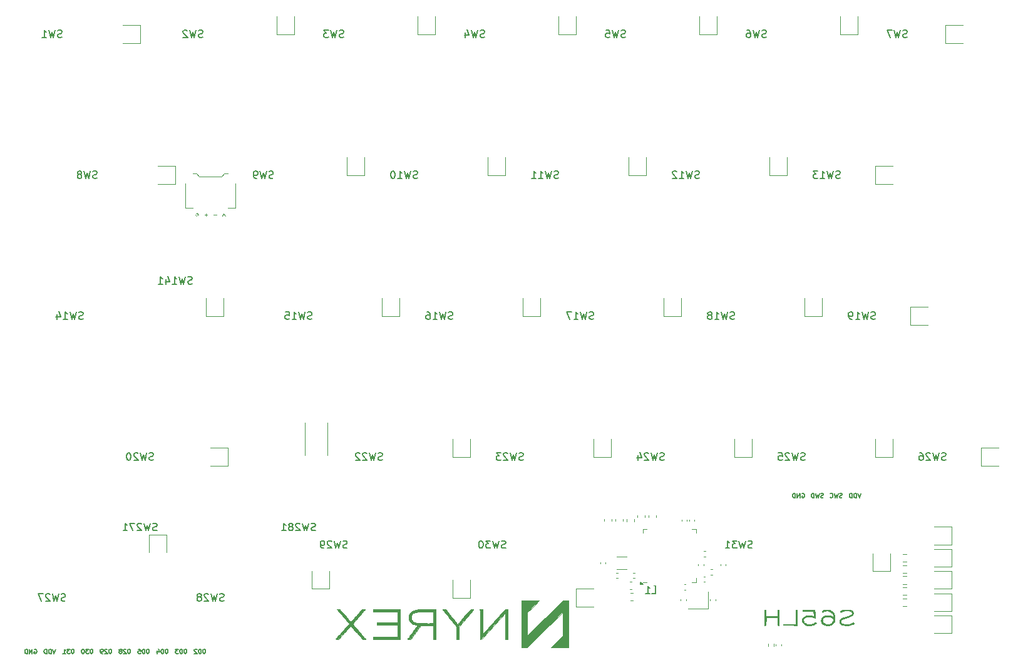
<source format=gbr>
%TF.GenerationSoftware,KiCad,Pcbnew,(5.1.10)-1*%
%TF.CreationDate,2023-08-12T15:50:22-04:00*%
%TF.ProjectId,niche65_mk2_left_RIGID,6e696368-6536-4355-9f6d-6b325f6c6566,rev?*%
%TF.SameCoordinates,Original*%
%TF.FileFunction,Legend,Bot*%
%TF.FilePolarity,Positive*%
%FSLAX46Y46*%
G04 Gerber Fmt 4.6, Leading zero omitted, Abs format (unit mm)*
G04 Created by KiCad (PCBNEW (5.1.10)-1) date 2023-08-12 15:50:22*
%MOMM*%
%LPD*%
G01*
G04 APERTURE LIST*
%ADD10C,0.150000*%
%ADD11C,0.010000*%
%ADD12C,0.120000*%
G04 APERTURE END LIST*
D10*
X196659642Y-164470000D02*
X196716785Y-164441428D01*
X196802500Y-164441428D01*
X196888214Y-164470000D01*
X196945357Y-164527142D01*
X196973928Y-164584285D01*
X197002500Y-164698571D01*
X197002500Y-164784285D01*
X196973928Y-164898571D01*
X196945357Y-164955714D01*
X196888214Y-165012857D01*
X196802500Y-165041428D01*
X196745357Y-165041428D01*
X196659642Y-165012857D01*
X196631071Y-164984285D01*
X196631071Y-164784285D01*
X196745357Y-164784285D01*
X196373928Y-165041428D02*
X196373928Y-164441428D01*
X196031071Y-165041428D01*
X196031071Y-164441428D01*
X195745357Y-165041428D02*
X195745357Y-164441428D01*
X195602500Y-164441428D01*
X195516785Y-164470000D01*
X195459642Y-164527142D01*
X195431071Y-164584285D01*
X195402500Y-164698571D01*
X195402500Y-164784285D01*
X195431071Y-164898571D01*
X195459642Y-164955714D01*
X195516785Y-165012857D01*
X195602500Y-165041428D01*
X195745357Y-165041428D01*
X199556785Y-165012857D02*
X199471071Y-165041428D01*
X199328214Y-165041428D01*
X199271071Y-165012857D01*
X199242500Y-164984285D01*
X199213928Y-164927142D01*
X199213928Y-164870000D01*
X199242500Y-164812857D01*
X199271071Y-164784285D01*
X199328214Y-164755714D01*
X199442500Y-164727142D01*
X199499642Y-164698571D01*
X199528214Y-164670000D01*
X199556785Y-164612857D01*
X199556785Y-164555714D01*
X199528214Y-164498571D01*
X199499642Y-164470000D01*
X199442500Y-164441428D01*
X199299642Y-164441428D01*
X199213928Y-164470000D01*
X199013928Y-164441428D02*
X198871071Y-165041428D01*
X198756785Y-164612857D01*
X198642500Y-165041428D01*
X198499642Y-164441428D01*
X198271071Y-165041428D02*
X198271071Y-164441428D01*
X198128214Y-164441428D01*
X198042500Y-164470000D01*
X197985357Y-164527142D01*
X197956785Y-164584285D01*
X197928214Y-164698571D01*
X197928214Y-164784285D01*
X197956785Y-164898571D01*
X197985357Y-164955714D01*
X198042500Y-165012857D01*
X198128214Y-165041428D01*
X198271071Y-165041428D01*
X204622500Y-164441428D02*
X204422500Y-165041428D01*
X204222500Y-164441428D01*
X204022500Y-165041428D02*
X204022500Y-164441428D01*
X203879642Y-164441428D01*
X203793928Y-164470000D01*
X203736785Y-164527142D01*
X203708214Y-164584285D01*
X203679642Y-164698571D01*
X203679642Y-164784285D01*
X203708214Y-164898571D01*
X203736785Y-164955714D01*
X203793928Y-165012857D01*
X203879642Y-165041428D01*
X204022500Y-165041428D01*
X203422500Y-165041428D02*
X203422500Y-164441428D01*
X203279642Y-164441428D01*
X203193928Y-164470000D01*
X203136785Y-164527142D01*
X203108214Y-164584285D01*
X203079642Y-164698571D01*
X203079642Y-164784285D01*
X203108214Y-164898571D01*
X203136785Y-164955714D01*
X203193928Y-165012857D01*
X203279642Y-165041428D01*
X203422500Y-165041428D01*
X202096785Y-165012857D02*
X202011071Y-165041428D01*
X201868214Y-165041428D01*
X201811071Y-165012857D01*
X201782500Y-164984285D01*
X201753928Y-164927142D01*
X201753928Y-164870000D01*
X201782500Y-164812857D01*
X201811071Y-164784285D01*
X201868214Y-164755714D01*
X201982500Y-164727142D01*
X202039642Y-164698571D01*
X202068214Y-164670000D01*
X202096785Y-164612857D01*
X202096785Y-164555714D01*
X202068214Y-164498571D01*
X202039642Y-164470000D01*
X201982500Y-164441428D01*
X201839642Y-164441428D01*
X201753928Y-164470000D01*
X201553928Y-164441428D02*
X201411071Y-165041428D01*
X201296785Y-164612857D01*
X201182500Y-165041428D01*
X201039642Y-164441428D01*
X200468214Y-164984285D02*
X200496785Y-165012857D01*
X200582500Y-165041428D01*
X200639642Y-165041428D01*
X200725357Y-165012857D01*
X200782500Y-164955714D01*
X200811071Y-164898571D01*
X200839642Y-164784285D01*
X200839642Y-164698571D01*
X200811071Y-164584285D01*
X200782500Y-164527142D01*
X200725357Y-164470000D01*
X200639642Y-164441428D01*
X200582500Y-164441428D01*
X200496785Y-164470000D01*
X200468214Y-164498571D01*
X174850000Y-176690770D02*
X174950000Y-176690770D01*
X174850000Y-176790770D02*
X174850000Y-176490770D01*
X175150000Y-176790770D02*
X174850000Y-176790770D01*
X174850000Y-176490770D02*
X175150000Y-176790770D01*
X103140000Y-185526428D02*
X103082857Y-185526428D01*
X103025714Y-185555000D01*
X102997142Y-185583571D01*
X102968571Y-185640714D01*
X102940000Y-185755000D01*
X102940000Y-185897857D01*
X102968571Y-186012142D01*
X102997142Y-186069285D01*
X103025714Y-186097857D01*
X103082857Y-186126428D01*
X103140000Y-186126428D01*
X103197142Y-186097857D01*
X103225714Y-186069285D01*
X103254285Y-186012142D01*
X103282857Y-185897857D01*
X103282857Y-185755000D01*
X103254285Y-185640714D01*
X103225714Y-185583571D01*
X103197142Y-185555000D01*
X103140000Y-185526428D01*
X102711428Y-185583571D02*
X102682857Y-185555000D01*
X102625714Y-185526428D01*
X102482857Y-185526428D01*
X102425714Y-185555000D01*
X102397142Y-185583571D01*
X102368571Y-185640714D01*
X102368571Y-185697857D01*
X102397142Y-185783571D01*
X102740000Y-186126428D01*
X102368571Y-186126428D01*
X102082857Y-186126428D02*
X101968571Y-186126428D01*
X101911428Y-186097857D01*
X101882857Y-186069285D01*
X101825714Y-185983571D01*
X101797142Y-185869285D01*
X101797142Y-185640714D01*
X101825714Y-185583571D01*
X101854285Y-185555000D01*
X101911428Y-185526428D01*
X102025714Y-185526428D01*
X102082857Y-185555000D01*
X102111428Y-185583571D01*
X102140000Y-185640714D01*
X102140000Y-185783571D01*
X102111428Y-185840714D01*
X102082857Y-185869285D01*
X102025714Y-185897857D01*
X101911428Y-185897857D01*
X101854285Y-185869285D01*
X101825714Y-185840714D01*
X101797142Y-185783571D01*
X115840000Y-185526428D02*
X115782857Y-185526428D01*
X115725714Y-185555000D01*
X115697142Y-185583571D01*
X115668571Y-185640714D01*
X115640000Y-185755000D01*
X115640000Y-185897857D01*
X115668571Y-186012142D01*
X115697142Y-186069285D01*
X115725714Y-186097857D01*
X115782857Y-186126428D01*
X115840000Y-186126428D01*
X115897142Y-186097857D01*
X115925714Y-186069285D01*
X115954285Y-186012142D01*
X115982857Y-185897857D01*
X115982857Y-185755000D01*
X115954285Y-185640714D01*
X115925714Y-185583571D01*
X115897142Y-185555000D01*
X115840000Y-185526428D01*
X115268571Y-185526428D02*
X115211428Y-185526428D01*
X115154285Y-185555000D01*
X115125714Y-185583571D01*
X115097142Y-185640714D01*
X115068571Y-185755000D01*
X115068571Y-185897857D01*
X115097142Y-186012142D01*
X115125714Y-186069285D01*
X115154285Y-186097857D01*
X115211428Y-186126428D01*
X115268571Y-186126428D01*
X115325714Y-186097857D01*
X115354285Y-186069285D01*
X115382857Y-186012142D01*
X115411428Y-185897857D01*
X115411428Y-185755000D01*
X115382857Y-185640714D01*
X115354285Y-185583571D01*
X115325714Y-185555000D01*
X115268571Y-185526428D01*
X114840000Y-185583571D02*
X114811428Y-185555000D01*
X114754285Y-185526428D01*
X114611428Y-185526428D01*
X114554285Y-185555000D01*
X114525714Y-185583571D01*
X114497142Y-185640714D01*
X114497142Y-185697857D01*
X114525714Y-185783571D01*
X114868571Y-186126428D01*
X114497142Y-186126428D01*
X113300000Y-185526428D02*
X113242857Y-185526428D01*
X113185714Y-185555000D01*
X113157142Y-185583571D01*
X113128571Y-185640714D01*
X113100000Y-185755000D01*
X113100000Y-185897857D01*
X113128571Y-186012142D01*
X113157142Y-186069285D01*
X113185714Y-186097857D01*
X113242857Y-186126428D01*
X113300000Y-186126428D01*
X113357142Y-186097857D01*
X113385714Y-186069285D01*
X113414285Y-186012142D01*
X113442857Y-185897857D01*
X113442857Y-185755000D01*
X113414285Y-185640714D01*
X113385714Y-185583571D01*
X113357142Y-185555000D01*
X113300000Y-185526428D01*
X112728571Y-185526428D02*
X112671428Y-185526428D01*
X112614285Y-185555000D01*
X112585714Y-185583571D01*
X112557142Y-185640714D01*
X112528571Y-185755000D01*
X112528571Y-185897857D01*
X112557142Y-186012142D01*
X112585714Y-186069285D01*
X112614285Y-186097857D01*
X112671428Y-186126428D01*
X112728571Y-186126428D01*
X112785714Y-186097857D01*
X112814285Y-186069285D01*
X112842857Y-186012142D01*
X112871428Y-185897857D01*
X112871428Y-185755000D01*
X112842857Y-185640714D01*
X112814285Y-185583571D01*
X112785714Y-185555000D01*
X112728571Y-185526428D01*
X112328571Y-185526428D02*
X111957142Y-185526428D01*
X112157142Y-185755000D01*
X112071428Y-185755000D01*
X112014285Y-185783571D01*
X111985714Y-185812142D01*
X111957142Y-185869285D01*
X111957142Y-186012142D01*
X111985714Y-186069285D01*
X112014285Y-186097857D01*
X112071428Y-186126428D01*
X112242857Y-186126428D01*
X112300000Y-186097857D01*
X112328571Y-186069285D01*
X110760000Y-185526428D02*
X110702857Y-185526428D01*
X110645714Y-185555000D01*
X110617142Y-185583571D01*
X110588571Y-185640714D01*
X110560000Y-185755000D01*
X110560000Y-185897857D01*
X110588571Y-186012142D01*
X110617142Y-186069285D01*
X110645714Y-186097857D01*
X110702857Y-186126428D01*
X110760000Y-186126428D01*
X110817142Y-186097857D01*
X110845714Y-186069285D01*
X110874285Y-186012142D01*
X110902857Y-185897857D01*
X110902857Y-185755000D01*
X110874285Y-185640714D01*
X110845714Y-185583571D01*
X110817142Y-185555000D01*
X110760000Y-185526428D01*
X110188571Y-185526428D02*
X110131428Y-185526428D01*
X110074285Y-185555000D01*
X110045714Y-185583571D01*
X110017142Y-185640714D01*
X109988571Y-185755000D01*
X109988571Y-185897857D01*
X110017142Y-186012142D01*
X110045714Y-186069285D01*
X110074285Y-186097857D01*
X110131428Y-186126428D01*
X110188571Y-186126428D01*
X110245714Y-186097857D01*
X110274285Y-186069285D01*
X110302857Y-186012142D01*
X110331428Y-185897857D01*
X110331428Y-185755000D01*
X110302857Y-185640714D01*
X110274285Y-185583571D01*
X110245714Y-185555000D01*
X110188571Y-185526428D01*
X109474285Y-185726428D02*
X109474285Y-186126428D01*
X109617142Y-185497857D02*
X109760000Y-185926428D01*
X109388571Y-185926428D01*
X108220000Y-185526428D02*
X108162857Y-185526428D01*
X108105714Y-185555000D01*
X108077142Y-185583571D01*
X108048571Y-185640714D01*
X108020000Y-185755000D01*
X108020000Y-185897857D01*
X108048571Y-186012142D01*
X108077142Y-186069285D01*
X108105714Y-186097857D01*
X108162857Y-186126428D01*
X108220000Y-186126428D01*
X108277142Y-186097857D01*
X108305714Y-186069285D01*
X108334285Y-186012142D01*
X108362857Y-185897857D01*
X108362857Y-185755000D01*
X108334285Y-185640714D01*
X108305714Y-185583571D01*
X108277142Y-185555000D01*
X108220000Y-185526428D01*
X107648571Y-185526428D02*
X107591428Y-185526428D01*
X107534285Y-185555000D01*
X107505714Y-185583571D01*
X107477142Y-185640714D01*
X107448571Y-185755000D01*
X107448571Y-185897857D01*
X107477142Y-186012142D01*
X107505714Y-186069285D01*
X107534285Y-186097857D01*
X107591428Y-186126428D01*
X107648571Y-186126428D01*
X107705714Y-186097857D01*
X107734285Y-186069285D01*
X107762857Y-186012142D01*
X107791428Y-185897857D01*
X107791428Y-185755000D01*
X107762857Y-185640714D01*
X107734285Y-185583571D01*
X107705714Y-185555000D01*
X107648571Y-185526428D01*
X106905714Y-185526428D02*
X107191428Y-185526428D01*
X107220000Y-185812142D01*
X107191428Y-185783571D01*
X107134285Y-185755000D01*
X106991428Y-185755000D01*
X106934285Y-185783571D01*
X106905714Y-185812142D01*
X106877142Y-185869285D01*
X106877142Y-186012142D01*
X106905714Y-186069285D01*
X106934285Y-186097857D01*
X106991428Y-186126428D01*
X107134285Y-186126428D01*
X107191428Y-186097857D01*
X107220000Y-186069285D01*
X105680000Y-185526428D02*
X105622857Y-185526428D01*
X105565714Y-185555000D01*
X105537142Y-185583571D01*
X105508571Y-185640714D01*
X105480000Y-185755000D01*
X105480000Y-185897857D01*
X105508571Y-186012142D01*
X105537142Y-186069285D01*
X105565714Y-186097857D01*
X105622857Y-186126428D01*
X105680000Y-186126428D01*
X105737142Y-186097857D01*
X105765714Y-186069285D01*
X105794285Y-186012142D01*
X105822857Y-185897857D01*
X105822857Y-185755000D01*
X105794285Y-185640714D01*
X105765714Y-185583571D01*
X105737142Y-185555000D01*
X105680000Y-185526428D01*
X105251428Y-185583571D02*
X105222857Y-185555000D01*
X105165714Y-185526428D01*
X105022857Y-185526428D01*
X104965714Y-185555000D01*
X104937142Y-185583571D01*
X104908571Y-185640714D01*
X104908571Y-185697857D01*
X104937142Y-185783571D01*
X105280000Y-186126428D01*
X104908571Y-186126428D01*
X104565714Y-185783571D02*
X104622857Y-185755000D01*
X104651428Y-185726428D01*
X104680000Y-185669285D01*
X104680000Y-185640714D01*
X104651428Y-185583571D01*
X104622857Y-185555000D01*
X104565714Y-185526428D01*
X104451428Y-185526428D01*
X104394285Y-185555000D01*
X104365714Y-185583571D01*
X104337142Y-185640714D01*
X104337142Y-185669285D01*
X104365714Y-185726428D01*
X104394285Y-185755000D01*
X104451428Y-185783571D01*
X104565714Y-185783571D01*
X104622857Y-185812142D01*
X104651428Y-185840714D01*
X104680000Y-185897857D01*
X104680000Y-186012142D01*
X104651428Y-186069285D01*
X104622857Y-186097857D01*
X104565714Y-186126428D01*
X104451428Y-186126428D01*
X104394285Y-186097857D01*
X104365714Y-186069285D01*
X104337142Y-186012142D01*
X104337142Y-185897857D01*
X104365714Y-185840714D01*
X104394285Y-185812142D01*
X104451428Y-185783571D01*
X100600000Y-185526428D02*
X100542857Y-185526428D01*
X100485714Y-185555000D01*
X100457142Y-185583571D01*
X100428571Y-185640714D01*
X100400000Y-185755000D01*
X100400000Y-185897857D01*
X100428571Y-186012142D01*
X100457142Y-186069285D01*
X100485714Y-186097857D01*
X100542857Y-186126428D01*
X100600000Y-186126428D01*
X100657142Y-186097857D01*
X100685714Y-186069285D01*
X100714285Y-186012142D01*
X100742857Y-185897857D01*
X100742857Y-185755000D01*
X100714285Y-185640714D01*
X100685714Y-185583571D01*
X100657142Y-185555000D01*
X100600000Y-185526428D01*
X100200000Y-185526428D02*
X99828571Y-185526428D01*
X100028571Y-185755000D01*
X99942857Y-185755000D01*
X99885714Y-185783571D01*
X99857142Y-185812142D01*
X99828571Y-185869285D01*
X99828571Y-186012142D01*
X99857142Y-186069285D01*
X99885714Y-186097857D01*
X99942857Y-186126428D01*
X100114285Y-186126428D01*
X100171428Y-186097857D01*
X100200000Y-186069285D01*
X99457142Y-185526428D02*
X99400000Y-185526428D01*
X99342857Y-185555000D01*
X99314285Y-185583571D01*
X99285714Y-185640714D01*
X99257142Y-185755000D01*
X99257142Y-185897857D01*
X99285714Y-186012142D01*
X99314285Y-186069285D01*
X99342857Y-186097857D01*
X99400000Y-186126428D01*
X99457142Y-186126428D01*
X99514285Y-186097857D01*
X99542857Y-186069285D01*
X99571428Y-186012142D01*
X99600000Y-185897857D01*
X99600000Y-185755000D01*
X99571428Y-185640714D01*
X99542857Y-185583571D01*
X99514285Y-185555000D01*
X99457142Y-185526428D01*
X98060000Y-185526428D02*
X98002857Y-185526428D01*
X97945714Y-185555000D01*
X97917142Y-185583571D01*
X97888571Y-185640714D01*
X97860000Y-185755000D01*
X97860000Y-185897857D01*
X97888571Y-186012142D01*
X97917142Y-186069285D01*
X97945714Y-186097857D01*
X98002857Y-186126428D01*
X98060000Y-186126428D01*
X98117142Y-186097857D01*
X98145714Y-186069285D01*
X98174285Y-186012142D01*
X98202857Y-185897857D01*
X98202857Y-185755000D01*
X98174285Y-185640714D01*
X98145714Y-185583571D01*
X98117142Y-185555000D01*
X98060000Y-185526428D01*
X97660000Y-185526428D02*
X97288571Y-185526428D01*
X97488571Y-185755000D01*
X97402857Y-185755000D01*
X97345714Y-185783571D01*
X97317142Y-185812142D01*
X97288571Y-185869285D01*
X97288571Y-186012142D01*
X97317142Y-186069285D01*
X97345714Y-186097857D01*
X97402857Y-186126428D01*
X97574285Y-186126428D01*
X97631428Y-186097857D01*
X97660000Y-186069285D01*
X96717142Y-186126428D02*
X97060000Y-186126428D01*
X96888571Y-186126428D02*
X96888571Y-185526428D01*
X96945714Y-185612142D01*
X97002857Y-185669285D01*
X97060000Y-185697857D01*
X95720000Y-185523428D02*
X95520000Y-186123428D01*
X95320000Y-185523428D01*
X95120000Y-186123428D02*
X95120000Y-185523428D01*
X94977142Y-185523428D01*
X94891428Y-185552000D01*
X94834285Y-185609142D01*
X94805714Y-185666285D01*
X94777142Y-185780571D01*
X94777142Y-185866285D01*
X94805714Y-185980571D01*
X94834285Y-186037714D01*
X94891428Y-186094857D01*
X94977142Y-186123428D01*
X95120000Y-186123428D01*
X94520000Y-186123428D02*
X94520000Y-185523428D01*
X94377142Y-185523428D01*
X94291428Y-185552000D01*
X94234285Y-185609142D01*
X94205714Y-185666285D01*
X94177142Y-185780571D01*
X94177142Y-185866285D01*
X94205714Y-185980571D01*
X94234285Y-186037714D01*
X94291428Y-186094857D01*
X94377142Y-186123428D01*
X94520000Y-186123428D01*
X92837142Y-185555000D02*
X92894285Y-185526428D01*
X92980000Y-185526428D01*
X93065714Y-185555000D01*
X93122857Y-185612142D01*
X93151428Y-185669285D01*
X93180000Y-185783571D01*
X93180000Y-185869285D01*
X93151428Y-185983571D01*
X93122857Y-186040714D01*
X93065714Y-186097857D01*
X92980000Y-186126428D01*
X92922857Y-186126428D01*
X92837142Y-186097857D01*
X92808571Y-186069285D01*
X92808571Y-185869285D01*
X92922857Y-185869285D01*
X92551428Y-186126428D02*
X92551428Y-185526428D01*
X92208571Y-186126428D01*
X92208571Y-185526428D01*
X91922857Y-186126428D02*
X91922857Y-185526428D01*
X91780000Y-185526428D01*
X91694285Y-185555000D01*
X91637142Y-185612142D01*
X91608571Y-185669285D01*
X91580000Y-185783571D01*
X91580000Y-185869285D01*
X91608571Y-185983571D01*
X91637142Y-186040714D01*
X91694285Y-186097857D01*
X91780000Y-186126428D01*
X91922857Y-186126428D01*
D11*
%TO.C,G\u002A\u002A\u002A*%
G36*
X202439995Y-180194730D02*
G01*
X202377969Y-180199285D01*
X202325405Y-180206591D01*
X202278099Y-180216479D01*
X202207361Y-180237375D01*
X202123718Y-180268058D01*
X202036641Y-180304400D01*
X201955596Y-180342273D01*
X201890053Y-180377549D01*
X201855728Y-180400647D01*
X201838458Y-180417315D01*
X201836505Y-180434326D01*
X201852086Y-180460930D01*
X201878318Y-180494894D01*
X201909935Y-180533625D01*
X201932040Y-180558488D01*
X201937979Y-180563467D01*
X201951987Y-180552630D01*
X201981518Y-180525106D01*
X202000057Y-180506906D01*
X202074995Y-180451775D01*
X202178371Y-180405184D01*
X202305566Y-180368312D01*
X202451960Y-180342343D01*
X202612933Y-180328458D01*
X202705691Y-180326400D01*
X202885154Y-180333030D01*
X203036291Y-180353465D01*
X203162052Y-180388523D01*
X203265389Y-180439023D01*
X203347950Y-180504484D01*
X203389627Y-180549217D01*
X203411298Y-180585053D01*
X203419162Y-180624546D01*
X203419853Y-180650139D01*
X203407338Y-180730971D01*
X203367981Y-180802015D01*
X203298842Y-180867842D01*
X203263877Y-180892620D01*
X203210770Y-180925561D01*
X203153176Y-180956054D01*
X203086621Y-180985771D01*
X203006632Y-181016386D01*
X202908735Y-181049570D01*
X202788456Y-181086997D01*
X202641322Y-181130338D01*
X202583678Y-181146920D01*
X202384918Y-181206366D01*
X202217353Y-181262561D01*
X202078657Y-181317101D01*
X201966508Y-181371580D01*
X201878582Y-181427594D01*
X201812554Y-181486737D01*
X201766101Y-181550604D01*
X201736899Y-181620791D01*
X201722623Y-181698891D01*
X201720396Y-181739366D01*
X201733734Y-181860256D01*
X201778519Y-181970030D01*
X201853913Y-182067809D01*
X201959080Y-182152711D01*
X202093185Y-182223857D01*
X202226544Y-182272032D01*
X202274870Y-182283585D01*
X202343554Y-182296234D01*
X202424762Y-182308962D01*
X202510658Y-182320754D01*
X202593408Y-182330596D01*
X202665178Y-182337471D01*
X202718131Y-182340364D01*
X202742583Y-182338912D01*
X202762013Y-182336684D01*
X202807586Y-182332498D01*
X202871684Y-182327033D01*
X202920383Y-182323059D01*
X203013042Y-182312920D01*
X203112026Y-182297777D01*
X203200139Y-182280378D01*
X203224269Y-182274513D01*
X203302016Y-182250482D01*
X203391965Y-182216771D01*
X203484354Y-182177645D01*
X203569422Y-182137369D01*
X203637405Y-182100208D01*
X203664778Y-182082049D01*
X203682043Y-182066899D01*
X203685102Y-182051131D01*
X203671517Y-182026602D01*
X203638852Y-181985170D01*
X203634031Y-181979281D01*
X203570089Y-181901249D01*
X203530241Y-181948605D01*
X203476594Y-181994761D01*
X203395753Y-182041082D01*
X203294229Y-182084402D01*
X203178530Y-182121558D01*
X203169419Y-182124019D01*
X203075625Y-182142881D01*
X202958916Y-182157059D01*
X202828822Y-182166254D01*
X202694868Y-182170168D01*
X202566581Y-182168501D01*
X202453490Y-182160956D01*
X202372958Y-182148974D01*
X202236970Y-182110749D01*
X202117400Y-182058582D01*
X202019113Y-181995336D01*
X201946970Y-181923873D01*
X201920451Y-181882594D01*
X201899453Y-181811118D01*
X201899201Y-181729644D01*
X201919113Y-181654478D01*
X201929286Y-181635012D01*
X201960547Y-181592400D01*
X202001950Y-181552937D01*
X202056613Y-181515212D01*
X202127656Y-181477815D01*
X202218196Y-181439335D01*
X202331351Y-181398360D01*
X202470240Y-181353480D01*
X202637982Y-181303283D01*
X202705580Y-181283769D01*
X202872024Y-181234650D01*
X203010133Y-181190438D01*
X203124749Y-181149230D01*
X203220713Y-181109124D01*
X203302865Y-181068217D01*
X203376047Y-181024607D01*
X203392216Y-181013929D01*
X203492294Y-180932557D01*
X203559600Y-180844411D01*
X203594796Y-180748109D01*
X203598544Y-180642270D01*
X203591626Y-180598119D01*
X203555178Y-180496251D01*
X203489880Y-180407760D01*
X203394714Y-180331702D01*
X203268661Y-180267131D01*
X203210795Y-180244818D01*
X203166867Y-180229959D01*
X203125785Y-180218758D01*
X203081483Y-180210565D01*
X203027896Y-180204730D01*
X202958957Y-180200602D01*
X202868601Y-180197530D01*
X202750760Y-180194863D01*
X202743766Y-180194723D01*
X202616803Y-180192734D01*
X202517576Y-180192641D01*
X202439995Y-180194730D01*
G37*
X202439995Y-180194730D02*
X202377969Y-180199285D01*
X202325405Y-180206591D01*
X202278099Y-180216479D01*
X202207361Y-180237375D01*
X202123718Y-180268058D01*
X202036641Y-180304400D01*
X201955596Y-180342273D01*
X201890053Y-180377549D01*
X201855728Y-180400647D01*
X201838458Y-180417315D01*
X201836505Y-180434326D01*
X201852086Y-180460930D01*
X201878318Y-180494894D01*
X201909935Y-180533625D01*
X201932040Y-180558488D01*
X201937979Y-180563467D01*
X201951987Y-180552630D01*
X201981518Y-180525106D01*
X202000057Y-180506906D01*
X202074995Y-180451775D01*
X202178371Y-180405184D01*
X202305566Y-180368312D01*
X202451960Y-180342343D01*
X202612933Y-180328458D01*
X202705691Y-180326400D01*
X202885154Y-180333030D01*
X203036291Y-180353465D01*
X203162052Y-180388523D01*
X203265389Y-180439023D01*
X203347950Y-180504484D01*
X203389627Y-180549217D01*
X203411298Y-180585053D01*
X203419162Y-180624546D01*
X203419853Y-180650139D01*
X203407338Y-180730971D01*
X203367981Y-180802015D01*
X203298842Y-180867842D01*
X203263877Y-180892620D01*
X203210770Y-180925561D01*
X203153176Y-180956054D01*
X203086621Y-180985771D01*
X203006632Y-181016386D01*
X202908735Y-181049570D01*
X202788456Y-181086997D01*
X202641322Y-181130338D01*
X202583678Y-181146920D01*
X202384918Y-181206366D01*
X202217353Y-181262561D01*
X202078657Y-181317101D01*
X201966508Y-181371580D01*
X201878582Y-181427594D01*
X201812554Y-181486737D01*
X201766101Y-181550604D01*
X201736899Y-181620791D01*
X201722623Y-181698891D01*
X201720396Y-181739366D01*
X201733734Y-181860256D01*
X201778519Y-181970030D01*
X201853913Y-182067809D01*
X201959080Y-182152711D01*
X202093185Y-182223857D01*
X202226544Y-182272032D01*
X202274870Y-182283585D01*
X202343554Y-182296234D01*
X202424762Y-182308962D01*
X202510658Y-182320754D01*
X202593408Y-182330596D01*
X202665178Y-182337471D01*
X202718131Y-182340364D01*
X202742583Y-182338912D01*
X202762013Y-182336684D01*
X202807586Y-182332498D01*
X202871684Y-182327033D01*
X202920383Y-182323059D01*
X203013042Y-182312920D01*
X203112026Y-182297777D01*
X203200139Y-182280378D01*
X203224269Y-182274513D01*
X203302016Y-182250482D01*
X203391965Y-182216771D01*
X203484354Y-182177645D01*
X203569422Y-182137369D01*
X203637405Y-182100208D01*
X203664778Y-182082049D01*
X203682043Y-182066899D01*
X203685102Y-182051131D01*
X203671517Y-182026602D01*
X203638852Y-181985170D01*
X203634031Y-181979281D01*
X203570089Y-181901249D01*
X203530241Y-181948605D01*
X203476594Y-181994761D01*
X203395753Y-182041082D01*
X203294229Y-182084402D01*
X203178530Y-182121558D01*
X203169419Y-182124019D01*
X203075625Y-182142881D01*
X202958916Y-182157059D01*
X202828822Y-182166254D01*
X202694868Y-182170168D01*
X202566581Y-182168501D01*
X202453490Y-182160956D01*
X202372958Y-182148974D01*
X202236970Y-182110749D01*
X202117400Y-182058582D01*
X202019113Y-181995336D01*
X201946970Y-181923873D01*
X201920451Y-181882594D01*
X201899453Y-181811118D01*
X201899201Y-181729644D01*
X201919113Y-181654478D01*
X201929286Y-181635012D01*
X201960547Y-181592400D01*
X202001950Y-181552937D01*
X202056613Y-181515212D01*
X202127656Y-181477815D01*
X202218196Y-181439335D01*
X202331351Y-181398360D01*
X202470240Y-181353480D01*
X202637982Y-181303283D01*
X202705580Y-181283769D01*
X202872024Y-181234650D01*
X203010133Y-181190438D01*
X203124749Y-181149230D01*
X203220713Y-181109124D01*
X203302865Y-181068217D01*
X203376047Y-181024607D01*
X203392216Y-181013929D01*
X203492294Y-180932557D01*
X203559600Y-180844411D01*
X203594796Y-180748109D01*
X203598544Y-180642270D01*
X203591626Y-180598119D01*
X203555178Y-180496251D01*
X203489880Y-180407760D01*
X203394714Y-180331702D01*
X203268661Y-180267131D01*
X203210795Y-180244818D01*
X203166867Y-180229959D01*
X203125785Y-180218758D01*
X203081483Y-180210565D01*
X203027896Y-180204730D01*
X202958957Y-180200602D01*
X202868601Y-180197530D01*
X202750760Y-180194863D01*
X202743766Y-180194723D01*
X202616803Y-180192734D01*
X202517576Y-180192641D01*
X202439995Y-180194730D01*
G36*
X199848646Y-180204600D02*
G01*
X199720553Y-180220417D01*
X199605035Y-180249513D01*
X199492020Y-180294154D01*
X199419785Y-180330102D01*
X199366679Y-180359621D01*
X199341073Y-180382657D01*
X199341460Y-180408055D01*
X199366331Y-180444663D01*
X199394534Y-180478217D01*
X199441618Y-180533429D01*
X199481771Y-180490103D01*
X199536909Y-180445907D01*
X199614903Y-180409606D01*
X199720195Y-180379354D01*
X199776506Y-180367446D01*
X199960799Y-180345784D01*
X200137062Y-180352524D01*
X200302364Y-180386198D01*
X200453773Y-180445340D01*
X200588357Y-180528480D01*
X200703185Y-180634152D01*
X200795326Y-180760888D01*
X200861846Y-180907221D01*
X200863266Y-180911450D01*
X200876380Y-180958477D01*
X200890043Y-181019707D01*
X200902922Y-181087101D01*
X200913682Y-181152617D01*
X200920990Y-181208214D01*
X200923512Y-181245852D01*
X200920715Y-181257734D01*
X200906034Y-181249040D01*
X200871114Y-181226319D01*
X200826585Y-181196554D01*
X200654156Y-181100251D01*
X200464804Y-181031784D01*
X200262453Y-180992296D01*
X200092517Y-180982341D01*
X199915964Y-180994523D01*
X199754868Y-181029703D01*
X199611512Y-181085943D01*
X199488176Y-181161307D01*
X199387142Y-181253858D01*
X199310691Y-181361660D01*
X199261104Y-181482776D01*
X199240662Y-181615270D01*
X199243688Y-181702879D01*
X199273781Y-181835481D01*
X199333195Y-181956389D01*
X199418851Y-182063769D01*
X199527669Y-182155787D01*
X199656571Y-182230610D01*
X199802478Y-182286404D01*
X199962311Y-182321335D01*
X200132991Y-182333569D01*
X200287250Y-182324402D01*
X200471401Y-182288252D01*
X200633302Y-182226907D01*
X200772420Y-182140832D01*
X200888224Y-182030492D01*
X200980182Y-181896350D01*
X201047759Y-181738873D01*
X201075764Y-181636174D01*
X201088525Y-181567922D01*
X201095869Y-181497396D01*
X201097267Y-181450213D01*
X200917958Y-181450213D01*
X200907411Y-181552940D01*
X200880340Y-181673267D01*
X200826549Y-181794217D01*
X200751284Y-181905236D01*
X200708948Y-181952023D01*
X200647964Y-182003349D01*
X200569662Y-182055797D01*
X200484690Y-182103395D01*
X200403698Y-182140170D01*
X200338050Y-182160025D01*
X200267917Y-182167440D01*
X200178374Y-182169952D01*
X200081526Y-182167919D01*
X199989479Y-182161702D01*
X199914339Y-182151658D01*
X199892358Y-182146814D01*
X199765191Y-182103646D01*
X199658031Y-182043392D01*
X199581406Y-181981192D01*
X199510178Y-181906506D01*
X199464730Y-181833206D01*
X199440387Y-181750504D01*
X199432475Y-181647614D01*
X199432410Y-181637406D01*
X199433602Y-181565033D01*
X199439427Y-181514335D01*
X199452700Y-181473167D01*
X199476233Y-181429388D01*
X199483279Y-181417857D01*
X199561001Y-181320598D01*
X199661980Y-181243883D01*
X199787971Y-181186756D01*
X199940728Y-181148264D01*
X199993866Y-181139956D01*
X200157613Y-181132883D01*
X200328609Y-181153099D01*
X200498432Y-181198138D01*
X200658659Y-181265536D01*
X200800866Y-181352826D01*
X200847364Y-181389787D01*
X200917958Y-181450213D01*
X201097267Y-181450213D01*
X201098311Y-181415026D01*
X201096367Y-181311244D01*
X201095107Y-181277049D01*
X201081713Y-181097952D01*
X201055401Y-180944973D01*
X201013857Y-180812065D01*
X200954772Y-180693184D01*
X200875832Y-180582285D01*
X200795711Y-180494118D01*
X200681115Y-180391648D01*
X200562029Y-180313369D01*
X200432843Y-180257207D01*
X200287947Y-180221089D01*
X200121731Y-180202941D01*
X199999383Y-180199800D01*
X199848646Y-180204600D01*
G37*
X199848646Y-180204600D02*
X199720553Y-180220417D01*
X199605035Y-180249513D01*
X199492020Y-180294154D01*
X199419785Y-180330102D01*
X199366679Y-180359621D01*
X199341073Y-180382657D01*
X199341460Y-180408055D01*
X199366331Y-180444663D01*
X199394534Y-180478217D01*
X199441618Y-180533429D01*
X199481771Y-180490103D01*
X199536909Y-180445907D01*
X199614903Y-180409606D01*
X199720195Y-180379354D01*
X199776506Y-180367446D01*
X199960799Y-180345784D01*
X200137062Y-180352524D01*
X200302364Y-180386198D01*
X200453773Y-180445340D01*
X200588357Y-180528480D01*
X200703185Y-180634152D01*
X200795326Y-180760888D01*
X200861846Y-180907221D01*
X200863266Y-180911450D01*
X200876380Y-180958477D01*
X200890043Y-181019707D01*
X200902922Y-181087101D01*
X200913682Y-181152617D01*
X200920990Y-181208214D01*
X200923512Y-181245852D01*
X200920715Y-181257734D01*
X200906034Y-181249040D01*
X200871114Y-181226319D01*
X200826585Y-181196554D01*
X200654156Y-181100251D01*
X200464804Y-181031784D01*
X200262453Y-180992296D01*
X200092517Y-180982341D01*
X199915964Y-180994523D01*
X199754868Y-181029703D01*
X199611512Y-181085943D01*
X199488176Y-181161307D01*
X199387142Y-181253858D01*
X199310691Y-181361660D01*
X199261104Y-181482776D01*
X199240662Y-181615270D01*
X199243688Y-181702879D01*
X199273781Y-181835481D01*
X199333195Y-181956389D01*
X199418851Y-182063769D01*
X199527669Y-182155787D01*
X199656571Y-182230610D01*
X199802478Y-182286404D01*
X199962311Y-182321335D01*
X200132991Y-182333569D01*
X200287250Y-182324402D01*
X200471401Y-182288252D01*
X200633302Y-182226907D01*
X200772420Y-182140832D01*
X200888224Y-182030492D01*
X200980182Y-181896350D01*
X201047759Y-181738873D01*
X201075764Y-181636174D01*
X201088525Y-181567922D01*
X201095869Y-181497396D01*
X201097267Y-181450213D01*
X200917958Y-181450213D01*
X200907411Y-181552940D01*
X200880340Y-181673267D01*
X200826549Y-181794217D01*
X200751284Y-181905236D01*
X200708948Y-181952023D01*
X200647964Y-182003349D01*
X200569662Y-182055797D01*
X200484690Y-182103395D01*
X200403698Y-182140170D01*
X200338050Y-182160025D01*
X200267917Y-182167440D01*
X200178374Y-182169952D01*
X200081526Y-182167919D01*
X199989479Y-182161702D01*
X199914339Y-182151658D01*
X199892358Y-182146814D01*
X199765191Y-182103646D01*
X199658031Y-182043392D01*
X199581406Y-181981192D01*
X199510178Y-181906506D01*
X199464730Y-181833206D01*
X199440387Y-181750504D01*
X199432475Y-181647614D01*
X199432410Y-181637406D01*
X199433602Y-181565033D01*
X199439427Y-181514335D01*
X199452700Y-181473167D01*
X199476233Y-181429388D01*
X199483279Y-181417857D01*
X199561001Y-181320598D01*
X199661980Y-181243883D01*
X199787971Y-181186756D01*
X199940728Y-181148264D01*
X199993866Y-181139956D01*
X200157613Y-181132883D01*
X200328609Y-181153099D01*
X200498432Y-181198138D01*
X200658659Y-181265536D01*
X200800866Y-181352826D01*
X200847364Y-181389787D01*
X200917958Y-181450213D01*
X201097267Y-181450213D01*
X201098311Y-181415026D01*
X201096367Y-181311244D01*
X201095107Y-181277049D01*
X201081713Y-181097952D01*
X201055401Y-180944973D01*
X201013857Y-180812065D01*
X200954772Y-180693184D01*
X200875832Y-180582285D01*
X200795711Y-180494118D01*
X200681115Y-180391648D01*
X200562029Y-180313369D01*
X200432843Y-180257207D01*
X200287947Y-180221089D01*
X200121731Y-180202941D01*
X199999383Y-180199800D01*
X199848646Y-180204600D01*
G36*
X196782050Y-180360267D02*
G01*
X198202915Y-180360267D01*
X198211789Y-180415300D01*
X198217975Y-180461430D01*
X198225415Y-180528874D01*
X198233595Y-180611480D01*
X198242003Y-180703099D01*
X198250126Y-180797580D01*
X198257451Y-180888773D01*
X198263467Y-180970526D01*
X198267659Y-181036690D01*
X198269515Y-181081115D01*
X198268660Y-181097567D01*
X198249467Y-181096789D01*
X198211341Y-181084933D01*
X198195959Y-181078832D01*
X198076618Y-181039722D01*
X197934078Y-181010249D01*
X197777801Y-180991096D01*
X197617249Y-180982951D01*
X197461887Y-180986500D01*
X197321177Y-181002426D01*
X197273116Y-181011958D01*
X197110231Y-181061153D01*
X196969788Y-181128718D01*
X196855318Y-181212812D01*
X196819336Y-181248749D01*
X196749948Y-181337981D01*
X196704680Y-181431120D01*
X196680315Y-181537197D01*
X196673602Y-181658016D01*
X196675602Y-181734274D01*
X196683316Y-181791456D01*
X196699988Y-181844262D01*
X196728515Y-181906679D01*
X196806723Y-182027805D01*
X196912036Y-182129445D01*
X197043552Y-182211151D01*
X197200368Y-182272473D01*
X197381581Y-182312963D01*
X197585262Y-182332132D01*
X197676874Y-182333734D01*
X197770388Y-182332013D01*
X197852038Y-182327365D01*
X197889192Y-182323393D01*
X198007195Y-182300502D01*
X198130327Y-182265187D01*
X198251161Y-182220574D01*
X198362270Y-182169791D01*
X198456229Y-182115964D01*
X198525611Y-182062221D01*
X198536868Y-182050688D01*
X198572870Y-182011267D01*
X198490260Y-181947509D01*
X198441658Y-181913405D01*
X198413817Y-181901780D01*
X198407650Y-181907904D01*
X198392258Y-181942363D01*
X198349836Y-181982520D01*
X198286015Y-182025114D01*
X198206424Y-182066884D01*
X198116695Y-182104572D01*
X198022457Y-182134916D01*
X198009897Y-182138221D01*
X197835971Y-182172129D01*
X197668167Y-182184713D01*
X197509058Y-182177402D01*
X197361215Y-182151628D01*
X197227212Y-182108819D01*
X197109619Y-182050405D01*
X197011009Y-181977817D01*
X196933953Y-181892483D01*
X196881025Y-181795834D01*
X196854796Y-181689299D01*
X196857838Y-181574309D01*
X196873382Y-181506435D01*
X196922441Y-181400343D01*
X197000067Y-181311205D01*
X197105222Y-181239528D01*
X197236868Y-181185819D01*
X197393967Y-181150587D01*
X197575482Y-181134336D01*
X197637183Y-181133231D01*
X197791100Y-181138237D01*
X197923792Y-181155584D01*
X198046389Y-181187602D01*
X198170020Y-181236621D01*
X198201615Y-181251431D01*
X198274814Y-181283994D01*
X198327730Y-181300423D01*
X198368505Y-181302997D01*
X198379883Y-181301352D01*
X198406157Y-181296408D01*
X198426902Y-181290450D01*
X198442366Y-181279945D01*
X198452797Y-181261362D01*
X198458446Y-181231169D01*
X198459560Y-181185834D01*
X198456388Y-181121824D01*
X198449179Y-181035607D01*
X198438183Y-180923651D01*
X198423647Y-180782425D01*
X198419360Y-180740879D01*
X198365316Y-180216334D01*
X196782050Y-180207532D01*
X196782050Y-180360267D01*
G37*
X196782050Y-180360267D02*
X198202915Y-180360267D01*
X198211789Y-180415300D01*
X198217975Y-180461430D01*
X198225415Y-180528874D01*
X198233595Y-180611480D01*
X198242003Y-180703099D01*
X198250126Y-180797580D01*
X198257451Y-180888773D01*
X198263467Y-180970526D01*
X198267659Y-181036690D01*
X198269515Y-181081115D01*
X198268660Y-181097567D01*
X198249467Y-181096789D01*
X198211341Y-181084933D01*
X198195959Y-181078832D01*
X198076618Y-181039722D01*
X197934078Y-181010249D01*
X197777801Y-180991096D01*
X197617249Y-180982951D01*
X197461887Y-180986500D01*
X197321177Y-181002426D01*
X197273116Y-181011958D01*
X197110231Y-181061153D01*
X196969788Y-181128718D01*
X196855318Y-181212812D01*
X196819336Y-181248749D01*
X196749948Y-181337981D01*
X196704680Y-181431120D01*
X196680315Y-181537197D01*
X196673602Y-181658016D01*
X196675602Y-181734274D01*
X196683316Y-181791456D01*
X196699988Y-181844262D01*
X196728515Y-181906679D01*
X196806723Y-182027805D01*
X196912036Y-182129445D01*
X197043552Y-182211151D01*
X197200368Y-182272473D01*
X197381581Y-182312963D01*
X197585262Y-182332132D01*
X197676874Y-182333734D01*
X197770388Y-182332013D01*
X197852038Y-182327365D01*
X197889192Y-182323393D01*
X198007195Y-182300502D01*
X198130327Y-182265187D01*
X198251161Y-182220574D01*
X198362270Y-182169791D01*
X198456229Y-182115964D01*
X198525611Y-182062221D01*
X198536868Y-182050688D01*
X198572870Y-182011267D01*
X198490260Y-181947509D01*
X198441658Y-181913405D01*
X198413817Y-181901780D01*
X198407650Y-181907904D01*
X198392258Y-181942363D01*
X198349836Y-181982520D01*
X198286015Y-182025114D01*
X198206424Y-182066884D01*
X198116695Y-182104572D01*
X198022457Y-182134916D01*
X198009897Y-182138221D01*
X197835971Y-182172129D01*
X197668167Y-182184713D01*
X197509058Y-182177402D01*
X197361215Y-182151628D01*
X197227212Y-182108819D01*
X197109619Y-182050405D01*
X197011009Y-181977817D01*
X196933953Y-181892483D01*
X196881025Y-181795834D01*
X196854796Y-181689299D01*
X196857838Y-181574309D01*
X196873382Y-181506435D01*
X196922441Y-181400343D01*
X197000067Y-181311205D01*
X197105222Y-181239528D01*
X197236868Y-181185819D01*
X197393967Y-181150587D01*
X197575482Y-181134336D01*
X197637183Y-181133231D01*
X197791100Y-181138237D01*
X197923792Y-181155584D01*
X198046389Y-181187602D01*
X198170020Y-181236621D01*
X198201615Y-181251431D01*
X198274814Y-181283994D01*
X198327730Y-181300423D01*
X198368505Y-181302997D01*
X198379883Y-181301352D01*
X198406157Y-181296408D01*
X198426902Y-181290450D01*
X198442366Y-181279945D01*
X198452797Y-181261362D01*
X198458446Y-181231169D01*
X198459560Y-181185834D01*
X198456388Y-181121824D01*
X198449179Y-181035607D01*
X198438183Y-180923651D01*
X198423647Y-180782425D01*
X198419360Y-180740879D01*
X198365316Y-180216334D01*
X196782050Y-180207532D01*
X196782050Y-180360267D01*
G36*
X195860200Y-180191912D02*
G01*
X195831149Y-180196284D01*
X195823026Y-180206202D01*
X195827738Y-180220567D01*
X195830436Y-180242617D01*
X195832971Y-180295377D01*
X195835296Y-180375689D01*
X195837364Y-180480397D01*
X195839130Y-180606343D01*
X195840545Y-180750372D01*
X195841563Y-180909325D01*
X195842137Y-181080046D01*
X195842250Y-181198467D01*
X195842250Y-182146733D01*
X194990384Y-182151124D01*
X194138518Y-182155514D01*
X194148916Y-182299134D01*
X195084483Y-182303510D01*
X196020050Y-182307887D01*
X196020050Y-180190934D01*
X195916638Y-180190934D01*
X195860200Y-180191912D01*
G37*
X195860200Y-180191912D02*
X195831149Y-180196284D01*
X195823026Y-180206202D01*
X195827738Y-180220567D01*
X195830436Y-180242617D01*
X195832971Y-180295377D01*
X195835296Y-180375689D01*
X195837364Y-180480397D01*
X195839130Y-180606343D01*
X195840545Y-180750372D01*
X195841563Y-180909325D01*
X195842137Y-181080046D01*
X195842250Y-181198467D01*
X195842250Y-182146733D01*
X194990384Y-182151124D01*
X194138518Y-182155514D01*
X194148916Y-182299134D01*
X195084483Y-182303510D01*
X196020050Y-182307887D01*
X196020050Y-180190934D01*
X195916638Y-180190934D01*
X195860200Y-180191912D01*
G36*
X193405630Y-180191675D02*
G01*
X193376216Y-180195842D01*
X193366803Y-180206351D01*
X193370460Y-180226115D01*
X193371380Y-180229034D01*
X193381078Y-180265973D01*
X193383655Y-180284067D01*
X193383583Y-180305138D01*
X193383312Y-180355158D01*
X193382872Y-180429212D01*
X193382291Y-180522382D01*
X193381600Y-180629752D01*
X193381117Y-180703167D01*
X193378450Y-181105333D01*
X191786716Y-181105333D01*
X191786716Y-180190934D01*
X191683305Y-180190934D01*
X191626867Y-180191912D01*
X191597815Y-180196284D01*
X191589693Y-180206202D01*
X191594405Y-180220567D01*
X191597068Y-180242411D01*
X191599719Y-180295102D01*
X191602304Y-180375619D01*
X191604768Y-180480943D01*
X191607057Y-180608054D01*
X191609117Y-180753932D01*
X191610894Y-180915556D01*
X191612334Y-181089907D01*
X191613382Y-181273964D01*
X191613408Y-181279776D01*
X191617899Y-182309352D01*
X191795183Y-182299134D01*
X191804139Y-181257734D01*
X192591050Y-181257734D01*
X193377960Y-181257733D01*
X193382438Y-181778434D01*
X193386916Y-182299134D01*
X193564716Y-182309370D01*
X193564716Y-180190934D01*
X193461975Y-180190934D01*
X193405630Y-180191675D01*
G37*
X193405630Y-180191675D02*
X193376216Y-180195842D01*
X193366803Y-180206351D01*
X193370460Y-180226115D01*
X193371380Y-180229034D01*
X193381078Y-180265973D01*
X193383655Y-180284067D01*
X193383583Y-180305138D01*
X193383312Y-180355158D01*
X193382872Y-180429212D01*
X193382291Y-180522382D01*
X193381600Y-180629752D01*
X193381117Y-180703167D01*
X193378450Y-181105333D01*
X191786716Y-181105333D01*
X191786716Y-180190934D01*
X191683305Y-180190934D01*
X191626867Y-180191912D01*
X191597815Y-180196284D01*
X191589693Y-180206202D01*
X191594405Y-180220567D01*
X191597068Y-180242411D01*
X191599719Y-180295102D01*
X191602304Y-180375619D01*
X191604768Y-180480943D01*
X191607057Y-180608054D01*
X191609117Y-180753932D01*
X191610894Y-180915556D01*
X191612334Y-181089907D01*
X191613382Y-181273964D01*
X191613408Y-181279776D01*
X191617899Y-182309352D01*
X191795183Y-182299134D01*
X191804139Y-181257734D01*
X192591050Y-181257734D01*
X193377960Y-181257733D01*
X193382438Y-181778434D01*
X193386916Y-182299134D01*
X193564716Y-182309370D01*
X193564716Y-180190934D01*
X193461975Y-180190934D01*
X193405630Y-180191675D01*
G36*
X161907209Y-182946914D02*
G01*
X164288494Y-180565699D01*
X164288494Y-183740425D01*
X163494848Y-184534277D01*
X162701201Y-185328129D01*
X165087500Y-185328129D01*
X165087500Y-178978130D01*
X164299076Y-178978130D01*
X161917792Y-181359345D01*
X159536507Y-183740560D01*
X159536507Y-180565834D01*
X160330153Y-179771982D01*
X161123800Y-178978130D01*
X158737501Y-178978130D01*
X158737501Y-185328129D01*
X159525925Y-185328129D01*
X161907209Y-182946914D01*
G37*
X161907209Y-182946914D02*
X164288494Y-180565699D01*
X164288494Y-183740425D01*
X163494848Y-184534277D01*
X162701201Y-185328129D01*
X165087500Y-185328129D01*
X165087500Y-178978130D01*
X164299076Y-178978130D01*
X161917792Y-181359345D01*
X159536507Y-183740560D01*
X159536507Y-180565834D01*
X160330153Y-179771982D01*
X161123800Y-178978130D01*
X158737501Y-178978130D01*
X158737501Y-185328129D01*
X159525925Y-185328129D01*
X161907209Y-182946914D01*
G36*
X137172900Y-180146771D02*
G01*
X137076071Y-180257773D01*
X137003975Y-180340244D01*
X136923563Y-180431916D01*
X136836251Y-180531195D01*
X136743457Y-180636487D01*
X136646596Y-180746199D01*
X136547085Y-180858737D01*
X136446340Y-180972509D01*
X136345778Y-181085921D01*
X136246815Y-181197379D01*
X136150867Y-181305291D01*
X136059352Y-181408062D01*
X135973686Y-181504099D01*
X135895284Y-181591810D01*
X135825563Y-181669600D01*
X135765941Y-181735877D01*
X135717832Y-181789046D01*
X135682655Y-181827516D01*
X135661824Y-181849691D01*
X135656491Y-181854675D01*
X135646847Y-181845318D01*
X135621743Y-181818156D01*
X135582384Y-181774554D01*
X135529975Y-181715874D01*
X135465720Y-181643480D01*
X135390826Y-181558735D01*
X135306497Y-181463003D01*
X135213938Y-181357648D01*
X135114355Y-181244033D01*
X135008953Y-181123521D01*
X134906316Y-181005938D01*
X134796434Y-180880062D01*
X134691153Y-180759700D01*
X134591687Y-180646225D01*
X134499253Y-180541015D01*
X134415065Y-180445445D01*
X134340340Y-180360890D01*
X134276294Y-180288726D01*
X134224141Y-180230329D01*
X134185097Y-180187075D01*
X134160378Y-180160339D01*
X134151320Y-180151508D01*
X134133913Y-180149726D01*
X134096012Y-180148656D01*
X134042518Y-180148351D01*
X133978328Y-180148863D01*
X133948801Y-180149345D01*
X133761118Y-180152875D01*
X135413660Y-182107587D01*
X135384040Y-182139881D01*
X135362753Y-182163385D01*
X135326965Y-182203261D01*
X135278023Y-182257991D01*
X135217272Y-182326060D01*
X135146057Y-182405955D01*
X135065724Y-182496158D01*
X134977618Y-182595154D01*
X134883086Y-182701428D01*
X134783472Y-182813466D01*
X134680123Y-182929750D01*
X134574384Y-183048766D01*
X134467600Y-183168998D01*
X134361117Y-183288932D01*
X134256282Y-183407051D01*
X134154439Y-183521840D01*
X134056933Y-183631784D01*
X133965112Y-183735367D01*
X133880320Y-183831074D01*
X133803902Y-183917389D01*
X133737205Y-183992797D01*
X133681575Y-184055784D01*
X133638355Y-184104832D01*
X133608894Y-184138427D01*
X133594535Y-184155054D01*
X133593345Y-184156550D01*
X133594904Y-184162474D01*
X133609669Y-184166812D01*
X133640341Y-184169767D01*
X133689621Y-184171539D01*
X133760211Y-184172332D01*
X133805361Y-184172425D01*
X134027071Y-184172425D01*
X134808309Y-183304463D01*
X134922722Y-183177337D01*
X135032729Y-183055078D01*
X135137084Y-182939075D01*
X135234538Y-182830717D01*
X135323845Y-182731390D01*
X135403758Y-182642482D01*
X135473028Y-182565382D01*
X135530408Y-182501477D01*
X135574652Y-182452155D01*
X135604511Y-182418804D01*
X135618738Y-182402811D01*
X135619224Y-182402254D01*
X135648900Y-182368005D01*
X136328350Y-183158182D01*
X136435628Y-183282952D01*
X136540039Y-183404406D01*
X136640121Y-183520843D01*
X136734410Y-183630558D01*
X136821443Y-183731848D01*
X136899756Y-183823009D01*
X136967887Y-183902339D01*
X137024370Y-183968134D01*
X137067744Y-184018690D01*
X137096544Y-184052304D01*
X137103050Y-184059915D01*
X137198300Y-184171471D01*
X137411025Y-184171948D01*
X137481322Y-184171747D01*
X137541820Y-184170889D01*
X137588365Y-184169489D01*
X137616803Y-184167662D01*
X137623750Y-184166069D01*
X137615699Y-184155728D01*
X137592261Y-184127318D01*
X137554513Y-184082112D01*
X137503531Y-184021384D01*
X137440389Y-183946408D01*
X137366165Y-183858458D01*
X137281934Y-183758807D01*
X137188772Y-183648729D01*
X137087755Y-183529499D01*
X136979957Y-183402389D01*
X136866456Y-183268674D01*
X136760150Y-183143538D01*
X136642384Y-183004847D01*
X136529355Y-182871504D01*
X136422142Y-182744794D01*
X136321821Y-182626000D01*
X136229470Y-182516404D01*
X136146165Y-182417290D01*
X136072985Y-182329942D01*
X136011005Y-182255642D01*
X135961304Y-182195674D01*
X135924957Y-182151321D01*
X135903043Y-182123866D01*
X135896550Y-182114671D01*
X135904742Y-182103544D01*
X135928572Y-182074625D01*
X135966920Y-182029207D01*
X136018668Y-181968587D01*
X136082697Y-181894059D01*
X136157887Y-181806920D01*
X136243120Y-181708465D01*
X136337276Y-181599988D01*
X136439237Y-181482785D01*
X136547884Y-181358152D01*
X136662098Y-181227384D01*
X136738426Y-181140126D01*
X136855828Y-181005947D01*
X136968561Y-180877014D01*
X137075491Y-180754632D01*
X137175482Y-180640101D01*
X137267399Y-180534725D01*
X137350110Y-180439807D01*
X137422478Y-180356649D01*
X137483368Y-180286553D01*
X137531648Y-180230822D01*
X137566181Y-180190759D01*
X137585834Y-180167667D01*
X137590075Y-180162400D01*
X137588591Y-180156382D01*
X137573799Y-180152014D01*
X137542957Y-180149084D01*
X137493325Y-180147379D01*
X137422160Y-180146687D01*
X137386375Y-180146648D01*
X137172900Y-180146771D01*
G37*
X137172900Y-180146771D02*
X137076071Y-180257773D01*
X137003975Y-180340244D01*
X136923563Y-180431916D01*
X136836251Y-180531195D01*
X136743457Y-180636487D01*
X136646596Y-180746199D01*
X136547085Y-180858737D01*
X136446340Y-180972509D01*
X136345778Y-181085921D01*
X136246815Y-181197379D01*
X136150867Y-181305291D01*
X136059352Y-181408062D01*
X135973686Y-181504099D01*
X135895284Y-181591810D01*
X135825563Y-181669600D01*
X135765941Y-181735877D01*
X135717832Y-181789046D01*
X135682655Y-181827516D01*
X135661824Y-181849691D01*
X135656491Y-181854675D01*
X135646847Y-181845318D01*
X135621743Y-181818156D01*
X135582384Y-181774554D01*
X135529975Y-181715874D01*
X135465720Y-181643480D01*
X135390826Y-181558735D01*
X135306497Y-181463003D01*
X135213938Y-181357648D01*
X135114355Y-181244033D01*
X135008953Y-181123521D01*
X134906316Y-181005938D01*
X134796434Y-180880062D01*
X134691153Y-180759700D01*
X134591687Y-180646225D01*
X134499253Y-180541015D01*
X134415065Y-180445445D01*
X134340340Y-180360890D01*
X134276294Y-180288726D01*
X134224141Y-180230329D01*
X134185097Y-180187075D01*
X134160378Y-180160339D01*
X134151320Y-180151508D01*
X134133913Y-180149726D01*
X134096012Y-180148656D01*
X134042518Y-180148351D01*
X133978328Y-180148863D01*
X133948801Y-180149345D01*
X133761118Y-180152875D01*
X135413660Y-182107587D01*
X135384040Y-182139881D01*
X135362753Y-182163385D01*
X135326965Y-182203261D01*
X135278023Y-182257991D01*
X135217272Y-182326060D01*
X135146057Y-182405955D01*
X135065724Y-182496158D01*
X134977618Y-182595154D01*
X134883086Y-182701428D01*
X134783472Y-182813466D01*
X134680123Y-182929750D01*
X134574384Y-183048766D01*
X134467600Y-183168998D01*
X134361117Y-183288932D01*
X134256282Y-183407051D01*
X134154439Y-183521840D01*
X134056933Y-183631784D01*
X133965112Y-183735367D01*
X133880320Y-183831074D01*
X133803902Y-183917389D01*
X133737205Y-183992797D01*
X133681575Y-184055784D01*
X133638355Y-184104832D01*
X133608894Y-184138427D01*
X133594535Y-184155054D01*
X133593345Y-184156550D01*
X133594904Y-184162474D01*
X133609669Y-184166812D01*
X133640341Y-184169767D01*
X133689621Y-184171539D01*
X133760211Y-184172332D01*
X133805361Y-184172425D01*
X134027071Y-184172425D01*
X134808309Y-183304463D01*
X134922722Y-183177337D01*
X135032729Y-183055078D01*
X135137084Y-182939075D01*
X135234538Y-182830717D01*
X135323845Y-182731390D01*
X135403758Y-182642482D01*
X135473028Y-182565382D01*
X135530408Y-182501477D01*
X135574652Y-182452155D01*
X135604511Y-182418804D01*
X135618738Y-182402811D01*
X135619224Y-182402254D01*
X135648900Y-182368005D01*
X136328350Y-183158182D01*
X136435628Y-183282952D01*
X136540039Y-183404406D01*
X136640121Y-183520843D01*
X136734410Y-183630558D01*
X136821443Y-183731848D01*
X136899756Y-183823009D01*
X136967887Y-183902339D01*
X137024370Y-183968134D01*
X137067744Y-184018690D01*
X137096544Y-184052304D01*
X137103050Y-184059915D01*
X137198300Y-184171471D01*
X137411025Y-184171948D01*
X137481322Y-184171747D01*
X137541820Y-184170889D01*
X137588365Y-184169489D01*
X137616803Y-184167662D01*
X137623750Y-184166069D01*
X137615699Y-184155728D01*
X137592261Y-184127318D01*
X137554513Y-184082112D01*
X137503531Y-184021384D01*
X137440389Y-183946408D01*
X137366165Y-183858458D01*
X137281934Y-183758807D01*
X137188772Y-183648729D01*
X137087755Y-183529499D01*
X136979957Y-183402389D01*
X136866456Y-183268674D01*
X136760150Y-183143538D01*
X136642384Y-183004847D01*
X136529355Y-182871504D01*
X136422142Y-182744794D01*
X136321821Y-182626000D01*
X136229470Y-182516404D01*
X136146165Y-182417290D01*
X136072985Y-182329942D01*
X136011005Y-182255642D01*
X135961304Y-182195674D01*
X135924957Y-182151321D01*
X135903043Y-182123866D01*
X135896550Y-182114671D01*
X135904742Y-182103544D01*
X135928572Y-182074625D01*
X135966920Y-182029207D01*
X136018668Y-181968587D01*
X136082697Y-181894059D01*
X136157887Y-181806920D01*
X136243120Y-181708465D01*
X136337276Y-181599988D01*
X136439237Y-181482785D01*
X136547884Y-181358152D01*
X136662098Y-181227384D01*
X136738426Y-181140126D01*
X136855828Y-181005947D01*
X136968561Y-180877014D01*
X137075491Y-180754632D01*
X137175482Y-180640101D01*
X137267399Y-180534725D01*
X137350110Y-180439807D01*
X137422478Y-180356649D01*
X137483368Y-180286553D01*
X137531648Y-180230822D01*
X137566181Y-180190759D01*
X137585834Y-180167667D01*
X137590075Y-180162400D01*
X137588591Y-180156382D01*
X137573799Y-180152014D01*
X137542957Y-180149084D01*
X137493325Y-180147379D01*
X137422160Y-180146687D01*
X137386375Y-180146648D01*
X137172900Y-180146771D01*
G36*
X138665150Y-180451325D02*
G01*
X141979850Y-180451325D01*
X141979850Y-181924525D01*
X139185850Y-181924525D01*
X139185850Y-182229325D01*
X141979850Y-182229325D01*
X141979850Y-183867625D01*
X138690550Y-183867625D01*
X138690550Y-184172425D01*
X142322750Y-184172425D01*
X142322750Y-180146525D01*
X138665150Y-180146525D01*
X138665150Y-180451325D01*
G37*
X138665150Y-180451325D02*
X141979850Y-180451325D01*
X141979850Y-181924525D01*
X139185850Y-181924525D01*
X139185850Y-182229325D01*
X141979850Y-182229325D01*
X141979850Y-183867625D01*
X138690550Y-183867625D01*
X138690550Y-184172425D01*
X142322750Y-184172425D01*
X142322750Y-180146525D01*
X138665150Y-180146525D01*
X138665150Y-180451325D01*
G36*
X145951775Y-180162497D02*
G01*
X145747508Y-180163297D01*
X145566968Y-180164098D01*
X145408485Y-180164936D01*
X145270386Y-180165843D01*
X145151000Y-180166853D01*
X145048655Y-180168000D01*
X144961679Y-180169318D01*
X144888400Y-180170840D01*
X144827146Y-180172600D01*
X144776247Y-180174632D01*
X144734029Y-180176969D01*
X144698821Y-180179645D01*
X144668951Y-180182694D01*
X144642748Y-180186150D01*
X144623007Y-180189279D01*
X144430462Y-180227719D01*
X144260150Y-180274462D01*
X144110007Y-180330411D01*
X143977967Y-180396471D01*
X143861967Y-180473547D01*
X143759939Y-180562543D01*
X143751500Y-180571037D01*
X143676713Y-180652947D01*
X143618778Y-180731288D01*
X143572266Y-180814679D01*
X143531746Y-180911739D01*
X143524924Y-180930607D01*
X143509993Y-180973894D01*
X143499380Y-181009986D01*
X143492342Y-181044759D01*
X143488135Y-181084089D01*
X143486015Y-181133852D01*
X143485237Y-181199924D01*
X143485113Y-181245075D01*
X143486872Y-181352158D01*
X143493381Y-181439839D01*
X143505940Y-181513879D01*
X143525850Y-181580041D01*
X143554412Y-181644087D01*
X143589008Y-181705370D01*
X143684340Y-181840248D01*
X143796406Y-181958193D01*
X143925939Y-182059646D01*
X144073667Y-182145047D01*
X144240324Y-182214839D01*
X144426639Y-182269462D01*
X144573865Y-182299732D01*
X144625140Y-182308957D01*
X144665927Y-182316914D01*
X144690493Y-182322454D01*
X144694995Y-182324035D01*
X144688051Y-182334478D01*
X144666751Y-182363669D01*
X144632173Y-182410183D01*
X144585393Y-182472595D01*
X144527488Y-182549479D01*
X144459536Y-182639411D01*
X144382614Y-182740964D01*
X144297799Y-182852714D01*
X144206168Y-182973234D01*
X144108798Y-183101101D01*
X144006765Y-183234887D01*
X143999811Y-183243999D01*
X143897422Y-183378208D01*
X143799546Y-183506632D01*
X143707267Y-183627841D01*
X143621670Y-183740405D01*
X143543839Y-183842893D01*
X143474859Y-183933874D01*
X143415814Y-184011918D01*
X143367789Y-184075594D01*
X143331869Y-184123471D01*
X143309138Y-184154119D01*
X143300680Y-184166108D01*
X143300650Y-184166205D01*
X143312662Y-184168248D01*
X143345945Y-184170010D01*
X143396369Y-184171369D01*
X143459808Y-184172208D01*
X143516035Y-184172425D01*
X143731419Y-184172425D01*
X145107721Y-182343625D01*
X146805850Y-182343625D01*
X146805850Y-184172425D01*
X147148750Y-184172425D01*
X147148750Y-181248559D01*
X146805850Y-181248559D01*
X146805717Y-181387557D01*
X146805333Y-181518980D01*
X146804722Y-181640634D01*
X146803906Y-181750327D01*
X146802909Y-181845867D01*
X146801755Y-181925061D01*
X146800467Y-181985717D01*
X146799068Y-182025643D01*
X146797582Y-182042646D01*
X146797384Y-182043058D01*
X146783124Y-182044898D01*
X146745902Y-182046487D01*
X146688155Y-182047832D01*
X146612318Y-182048936D01*
X146520827Y-182049805D01*
X146416120Y-182050443D01*
X146300633Y-182050854D01*
X146176802Y-182051044D01*
X146047064Y-182051018D01*
X145913855Y-182050780D01*
X145779611Y-182050335D01*
X145646769Y-182049687D01*
X145517766Y-182048842D01*
X145395037Y-182047804D01*
X145281019Y-182046578D01*
X145178149Y-182045169D01*
X145088863Y-182043581D01*
X145015597Y-182041819D01*
X144960788Y-182039889D01*
X144951650Y-182039452D01*
X144773389Y-182026563D01*
X144616673Y-182006816D01*
X144478415Y-181979546D01*
X144355527Y-181944089D01*
X144244921Y-181899780D01*
X144200191Y-181877748D01*
X144122372Y-181829674D01*
X144045645Y-181769057D01*
X143977620Y-181702602D01*
X143925905Y-181637011D01*
X143924533Y-181634890D01*
X143869714Y-181526638D01*
X143835908Y-181408185D01*
X143823279Y-181283837D01*
X143831990Y-181157898D01*
X143862205Y-181034674D01*
X143898481Y-180947812D01*
X143957463Y-180849608D01*
X144030566Y-180764123D01*
X144119574Y-180690276D01*
X144226268Y-180626985D01*
X144352432Y-180573171D01*
X144499849Y-180527754D01*
X144646850Y-180494214D01*
X144669148Y-180490254D01*
X144694812Y-180486772D01*
X144725624Y-180483725D01*
X144763366Y-180481072D01*
X144809821Y-180478770D01*
X144866772Y-180476779D01*
X144936000Y-180475056D01*
X145019289Y-180473559D01*
X145118420Y-180472247D01*
X145235176Y-180471079D01*
X145371339Y-180470011D01*
X145528693Y-180469003D01*
X145709018Y-180468013D01*
X145780325Y-180467651D01*
X146805850Y-180462527D01*
X146805850Y-181248559D01*
X147148750Y-181248559D01*
X147148750Y-180158024D01*
X145951775Y-180162497D01*
G37*
X145951775Y-180162497D02*
X145747508Y-180163297D01*
X145566968Y-180164098D01*
X145408485Y-180164936D01*
X145270386Y-180165843D01*
X145151000Y-180166853D01*
X145048655Y-180168000D01*
X144961679Y-180169318D01*
X144888400Y-180170840D01*
X144827146Y-180172600D01*
X144776247Y-180174632D01*
X144734029Y-180176969D01*
X144698821Y-180179645D01*
X144668951Y-180182694D01*
X144642748Y-180186150D01*
X144623007Y-180189279D01*
X144430462Y-180227719D01*
X144260150Y-180274462D01*
X144110007Y-180330411D01*
X143977967Y-180396471D01*
X143861967Y-180473547D01*
X143759939Y-180562543D01*
X143751500Y-180571037D01*
X143676713Y-180652947D01*
X143618778Y-180731288D01*
X143572266Y-180814679D01*
X143531746Y-180911739D01*
X143524924Y-180930607D01*
X143509993Y-180973894D01*
X143499380Y-181009986D01*
X143492342Y-181044759D01*
X143488135Y-181084089D01*
X143486015Y-181133852D01*
X143485237Y-181199924D01*
X143485113Y-181245075D01*
X143486872Y-181352158D01*
X143493381Y-181439839D01*
X143505940Y-181513879D01*
X143525850Y-181580041D01*
X143554412Y-181644087D01*
X143589008Y-181705370D01*
X143684340Y-181840248D01*
X143796406Y-181958193D01*
X143925939Y-182059646D01*
X144073667Y-182145047D01*
X144240324Y-182214839D01*
X144426639Y-182269462D01*
X144573865Y-182299732D01*
X144625140Y-182308957D01*
X144665927Y-182316914D01*
X144690493Y-182322454D01*
X144694995Y-182324035D01*
X144688051Y-182334478D01*
X144666751Y-182363669D01*
X144632173Y-182410183D01*
X144585393Y-182472595D01*
X144527488Y-182549479D01*
X144459536Y-182639411D01*
X144382614Y-182740964D01*
X144297799Y-182852714D01*
X144206168Y-182973234D01*
X144108798Y-183101101D01*
X144006765Y-183234887D01*
X143999811Y-183243999D01*
X143897422Y-183378208D01*
X143799546Y-183506632D01*
X143707267Y-183627841D01*
X143621670Y-183740405D01*
X143543839Y-183842893D01*
X143474859Y-183933874D01*
X143415814Y-184011918D01*
X143367789Y-184075594D01*
X143331869Y-184123471D01*
X143309138Y-184154119D01*
X143300680Y-184166108D01*
X143300650Y-184166205D01*
X143312662Y-184168248D01*
X143345945Y-184170010D01*
X143396369Y-184171369D01*
X143459808Y-184172208D01*
X143516035Y-184172425D01*
X143731419Y-184172425D01*
X145107721Y-182343625D01*
X146805850Y-182343625D01*
X146805850Y-184172425D01*
X147148750Y-184172425D01*
X147148750Y-181248559D01*
X146805850Y-181248559D01*
X146805717Y-181387557D01*
X146805333Y-181518980D01*
X146804722Y-181640634D01*
X146803906Y-181750327D01*
X146802909Y-181845867D01*
X146801755Y-181925061D01*
X146800467Y-181985717D01*
X146799068Y-182025643D01*
X146797582Y-182042646D01*
X146797384Y-182043058D01*
X146783124Y-182044898D01*
X146745902Y-182046487D01*
X146688155Y-182047832D01*
X146612318Y-182048936D01*
X146520827Y-182049805D01*
X146416120Y-182050443D01*
X146300633Y-182050854D01*
X146176802Y-182051044D01*
X146047064Y-182051018D01*
X145913855Y-182050780D01*
X145779611Y-182050335D01*
X145646769Y-182049687D01*
X145517766Y-182048842D01*
X145395037Y-182047804D01*
X145281019Y-182046578D01*
X145178149Y-182045169D01*
X145088863Y-182043581D01*
X145015597Y-182041819D01*
X144960788Y-182039889D01*
X144951650Y-182039452D01*
X144773389Y-182026563D01*
X144616673Y-182006816D01*
X144478415Y-181979546D01*
X144355527Y-181944089D01*
X144244921Y-181899780D01*
X144200191Y-181877748D01*
X144122372Y-181829674D01*
X144045645Y-181769057D01*
X143977620Y-181702602D01*
X143925905Y-181637011D01*
X143924533Y-181634890D01*
X143869714Y-181526638D01*
X143835908Y-181408185D01*
X143823279Y-181283837D01*
X143831990Y-181157898D01*
X143862205Y-181034674D01*
X143898481Y-180947812D01*
X143957463Y-180849608D01*
X144030566Y-180764123D01*
X144119574Y-180690276D01*
X144226268Y-180626985D01*
X144352432Y-180573171D01*
X144499849Y-180527754D01*
X144646850Y-180494214D01*
X144669148Y-180490254D01*
X144694812Y-180486772D01*
X144725624Y-180483725D01*
X144763366Y-180481072D01*
X144809821Y-180478770D01*
X144866772Y-180476779D01*
X144936000Y-180475056D01*
X145019289Y-180473559D01*
X145118420Y-180472247D01*
X145235176Y-180471079D01*
X145371339Y-180470011D01*
X145528693Y-180469003D01*
X145709018Y-180468013D01*
X145780325Y-180467651D01*
X146805850Y-180462527D01*
X146805850Y-181248559D01*
X147148750Y-181248559D01*
X147148750Y-180158024D01*
X145951775Y-180162497D01*
G36*
X150966338Y-181168874D02*
G01*
X150847104Y-181306389D01*
X150732509Y-181438380D01*
X150623650Y-181563592D01*
X150521626Y-181680771D01*
X150427532Y-181788661D01*
X150342468Y-181886009D01*
X150267529Y-181971560D01*
X150203815Y-182044060D01*
X150152421Y-182102253D01*
X150114445Y-182144885D01*
X150090985Y-182170702D01*
X150083175Y-182178525D01*
X150074232Y-182168842D01*
X150050452Y-182140669D01*
X150012903Y-182095319D01*
X149962652Y-182034106D01*
X149900767Y-181958342D01*
X149828316Y-181869341D01*
X149746368Y-181768417D01*
X149655991Y-181656882D01*
X149558251Y-181536050D01*
X149454218Y-181407233D01*
X149344960Y-181271747D01*
X149262688Y-181169598D01*
X148450500Y-180160672D01*
X148248920Y-180159948D01*
X148171291Y-180160059D01*
X148116241Y-180161185D01*
X148080962Y-180163552D01*
X148062646Y-180167384D01*
X148058485Y-180172908D01*
X148059709Y-180175100D01*
X148068675Y-180186419D01*
X148091755Y-180215470D01*
X148129065Y-180262403D01*
X148180726Y-180327365D01*
X148246855Y-180410507D01*
X148327570Y-180511976D01*
X148422990Y-180631922D01*
X148533234Y-180770493D01*
X148658419Y-180927839D01*
X148798665Y-181104109D01*
X148954090Y-181299450D01*
X149124812Y-181514013D01*
X149310950Y-181747945D01*
X149512622Y-182001397D01*
X149729947Y-182274516D01*
X149818301Y-182385552D01*
X149917350Y-182510030D01*
X149917350Y-184172425D01*
X150272950Y-184172425D01*
X150272950Y-182493801D01*
X151254025Y-181348454D01*
X151380273Y-181201054D01*
X151502088Y-181058803D01*
X151618432Y-180922917D01*
X151728265Y-180794609D01*
X151830548Y-180675096D01*
X151924240Y-180565592D01*
X152008304Y-180467313D01*
X152081698Y-180381474D01*
X152143384Y-180309291D01*
X152192322Y-180251978D01*
X152227472Y-180210750D01*
X152247796Y-180186824D01*
X152252531Y-180181165D01*
X152257436Y-180173155D01*
X152255315Y-180167370D01*
X152242937Y-180163450D01*
X152217074Y-180161036D01*
X152174497Y-180159768D01*
X152111975Y-180159287D01*
X152055580Y-180159225D01*
X151841200Y-180159225D01*
X150966338Y-181168874D01*
G37*
X150966338Y-181168874D02*
X150847104Y-181306389D01*
X150732509Y-181438380D01*
X150623650Y-181563592D01*
X150521626Y-181680771D01*
X150427532Y-181788661D01*
X150342468Y-181886009D01*
X150267529Y-181971560D01*
X150203815Y-182044060D01*
X150152421Y-182102253D01*
X150114445Y-182144885D01*
X150090985Y-182170702D01*
X150083175Y-182178525D01*
X150074232Y-182168842D01*
X150050452Y-182140669D01*
X150012903Y-182095319D01*
X149962652Y-182034106D01*
X149900767Y-181958342D01*
X149828316Y-181869341D01*
X149746368Y-181768417D01*
X149655991Y-181656882D01*
X149558251Y-181536050D01*
X149454218Y-181407233D01*
X149344960Y-181271747D01*
X149262688Y-181169598D01*
X148450500Y-180160672D01*
X148248920Y-180159948D01*
X148171291Y-180160059D01*
X148116241Y-180161185D01*
X148080962Y-180163552D01*
X148062646Y-180167384D01*
X148058485Y-180172908D01*
X148059709Y-180175100D01*
X148068675Y-180186419D01*
X148091755Y-180215470D01*
X148129065Y-180262403D01*
X148180726Y-180327365D01*
X148246855Y-180410507D01*
X148327570Y-180511976D01*
X148422990Y-180631922D01*
X148533234Y-180770493D01*
X148658419Y-180927839D01*
X148798665Y-181104109D01*
X148954090Y-181299450D01*
X149124812Y-181514013D01*
X149310950Y-181747945D01*
X149512622Y-182001397D01*
X149729947Y-182274516D01*
X149818301Y-182385552D01*
X149917350Y-182510030D01*
X149917350Y-184172425D01*
X150272950Y-184172425D01*
X150272950Y-182493801D01*
X151254025Y-181348454D01*
X151380273Y-181201054D01*
X151502088Y-181058803D01*
X151618432Y-180922917D01*
X151728265Y-180794609D01*
X151830548Y-180675096D01*
X151924240Y-180565592D01*
X152008304Y-180467313D01*
X152081698Y-180381474D01*
X152143384Y-180309291D01*
X152192322Y-180251978D01*
X152227472Y-180210750D01*
X152247796Y-180186824D01*
X152252531Y-180181165D01*
X152257436Y-180173155D01*
X152255315Y-180167370D01*
X152242937Y-180163450D01*
X152217074Y-180161036D01*
X152174497Y-180159768D01*
X152111975Y-180159287D01*
X152055580Y-180159225D01*
X151841200Y-180159225D01*
X150966338Y-181168874D01*
G36*
X155021602Y-181849067D02*
G01*
X153492400Y-183538909D01*
X153485958Y-180159225D01*
X153282804Y-180159225D01*
X153201368Y-180159547D01*
X153142784Y-180161269D01*
X153104506Y-180165526D01*
X153083986Y-180173453D01*
X153078678Y-180186184D01*
X153086036Y-180204853D01*
X153103513Y-180230595D01*
X153108225Y-180236998D01*
X153136800Y-180275643D01*
X153144068Y-184173275D01*
X153408112Y-184166075D01*
X156553100Y-180673575D01*
X156559540Y-184172425D01*
X156902350Y-184172425D01*
X156902350Y-180159225D01*
X156726577Y-180159224D01*
X156550803Y-180159224D01*
X155021602Y-181849067D01*
G37*
X155021602Y-181849067D02*
X153492400Y-183538909D01*
X153485958Y-180159225D01*
X153282804Y-180159225D01*
X153201368Y-180159547D01*
X153142784Y-180161269D01*
X153104506Y-180165526D01*
X153083986Y-180173453D01*
X153078678Y-180186184D01*
X153086036Y-180204853D01*
X153103513Y-180230595D01*
X153108225Y-180236998D01*
X153136800Y-180275643D01*
X153144068Y-184173275D01*
X153408112Y-184166075D01*
X156553100Y-180673575D01*
X156559540Y-184172425D01*
X156902350Y-184172425D01*
X156902350Y-180159225D01*
X156726577Y-180159224D01*
X156550803Y-180159224D01*
X155021602Y-181849067D01*
D12*
%TO.C,J1*%
X118468742Y-126612492D02*
X118668742Y-127012492D01*
X118268742Y-127012492D02*
X118468742Y-126612492D01*
X117068742Y-126812492D02*
X117468742Y-126812492D01*
X115868742Y-126812492D02*
X116268742Y-126812492D01*
X116068742Y-127012492D02*
X116068742Y-126612492D01*
X113258742Y-122572492D02*
X113258742Y-125902492D01*
X113258742Y-125902492D02*
X114308742Y-125902492D01*
X120078742Y-122572492D02*
X120078742Y-125902492D01*
X120078742Y-125902492D02*
X119028742Y-125902492D01*
X114328742Y-121182492D02*
X114828742Y-121182492D01*
X114828742Y-121182492D02*
X115128742Y-121682492D01*
X115128742Y-121682492D02*
X118208742Y-121682492D01*
X118208742Y-121682492D02*
X118508742Y-121182492D01*
X118508742Y-121182492D02*
X119008742Y-121182492D01*
X114868742Y-126812492D02*
X115068742Y-126812492D01*
X115068742Y-126812492D02*
G75*
G03*
X114868742Y-127012492I-200000J0D01*
G01*
%TO.C,C1*%
X169940000Y-168231350D02*
X169940000Y-167950190D01*
X170960000Y-168231350D02*
X170960000Y-167950190D01*
%TO.C,C2*%
X181110000Y-168248606D02*
X181110000Y-168032934D01*
X180390000Y-168248606D02*
X180390000Y-168032934D01*
%TO.C,C3*%
X181390000Y-168248606D02*
X181390000Y-168032934D01*
X182110000Y-168248606D02*
X182110000Y-168032934D01*
%TO.C,C4*%
X180737164Y-176780770D02*
X180952836Y-176780770D01*
X180737164Y-177500770D02*
X180952836Y-177500770D01*
%TO.C,C5*%
X173640580Y-176380770D02*
X173359420Y-176380770D01*
X173640580Y-177400770D02*
X173359420Y-177400770D01*
%TO.C,C6*%
X171440000Y-168231350D02*
X171440000Y-167950190D01*
X172460000Y-168231350D02*
X172460000Y-167950190D01*
%TO.C,C7*%
X175954000Y-167416190D02*
X175954000Y-167697350D01*
X176974000Y-167416190D02*
X176974000Y-167697350D01*
%TO.C,C8*%
X176858580Y-177972770D02*
X176577420Y-177972770D01*
X176858580Y-176952770D02*
X176577420Y-176952770D01*
%TO.C,C9*%
X184557836Y-174730770D02*
X184342164Y-174730770D01*
X184557836Y-175450770D02*
X184342164Y-175450770D01*
%TO.C,C10*%
X175450000Y-167697350D02*
X175450000Y-167416190D01*
X174430000Y-167697350D02*
X174430000Y-167416190D01*
%TO.C,C11*%
X183372164Y-173000770D02*
X183587836Y-173000770D01*
X183372164Y-172280770D02*
X183587836Y-172280770D01*
%TO.C,C12*%
X183341164Y-176425770D02*
X183556836Y-176425770D01*
X183341164Y-175705770D02*
X183556836Y-175705770D01*
%TO.C,C13*%
X174057836Y-175950770D02*
X173842164Y-175950770D01*
X174057836Y-175230770D02*
X173842164Y-175230770D01*
%TO.C,C14*%
X171757836Y-175950770D02*
X171542164Y-175950770D01*
X171757836Y-175230770D02*
X171542164Y-175230770D01*
%TO.C,C15*%
X170110000Y-173998606D02*
X170110000Y-173782934D01*
X169390000Y-173998606D02*
X169390000Y-173782934D01*
%TO.C,C16*%
X193841250Y-184882164D02*
X193841250Y-185097836D01*
X193121250Y-184882164D02*
X193121250Y-185097836D01*
%TO.C,C17*%
X185640000Y-174032934D02*
X185640000Y-174248606D01*
X186360000Y-174032934D02*
X186360000Y-174248606D01*
%TO.C,C18*%
X183360000Y-174032934D02*
X183360000Y-174248606D01*
X182640000Y-174032934D02*
X182640000Y-174248606D01*
%TO.C,C19*%
X184255000Y-178998606D02*
X184255000Y-178782934D01*
X184975000Y-178998606D02*
X184975000Y-178782934D01*
%TO.C,C20*%
X180255000Y-178782934D02*
X180255000Y-178998606D01*
X180975000Y-178782934D02*
X180975000Y-178998606D01*
%TO.C,D1*%
X104762500Y-101190620D02*
X107143760Y-101190620D01*
X107143760Y-101190620D02*
X107143760Y-103571880D01*
X107143760Y-103571880D02*
X104762500Y-103571880D01*
%TO.C,D2*%
X125598455Y-102381260D02*
X125598455Y-100000000D01*
X127979715Y-102381260D02*
X125598455Y-102381260D01*
X127979715Y-100000000D02*
X127979715Y-102381260D01*
%TO.C,D3*%
X144648471Y-102381260D02*
X144648471Y-100000000D01*
X147029731Y-102381260D02*
X144648471Y-102381260D01*
X147029731Y-100000000D02*
X147029731Y-102381260D01*
%TO.C,D4*%
X166079747Y-100000000D02*
X166079747Y-102381260D01*
X166079747Y-102381260D02*
X163698487Y-102381260D01*
X163698487Y-102381260D02*
X163698487Y-100000000D01*
%TO.C,D5*%
X185129763Y-100000000D02*
X185129763Y-102381260D01*
X185129763Y-102381260D02*
X182748503Y-102381260D01*
X182748503Y-102381260D02*
X182748503Y-100000000D01*
%TO.C,D6*%
X201798519Y-102381260D02*
X201798519Y-100000000D01*
X204179779Y-102381260D02*
X201798519Y-102381260D01*
X204179779Y-100000000D02*
X204179779Y-102381260D01*
%TO.C,D7*%
X216086027Y-101190622D02*
X218467287Y-101190622D01*
X216086027Y-103571882D02*
X216086027Y-101190622D01*
X218467287Y-103571882D02*
X216086027Y-103571882D01*
%TO.C,D8*%
X109524992Y-120240612D02*
X111906252Y-120240612D01*
X111906252Y-120240612D02*
X111906252Y-122621872D01*
X111906252Y-122621872D02*
X109524992Y-122621872D01*
%TO.C,D9*%
X135123463Y-121431276D02*
X135123463Y-119050016D01*
X137504723Y-121431276D02*
X135123463Y-121431276D01*
X137504723Y-119050016D02*
X137504723Y-121431276D01*
%TO.C,D10*%
X156554739Y-119050016D02*
X156554739Y-121431276D01*
X156554739Y-121431276D02*
X154173479Y-121431276D01*
X154173479Y-121431276D02*
X154173479Y-119050016D01*
%TO.C,D11*%
X173223495Y-121431276D02*
X173223495Y-119050016D01*
X175604755Y-121431276D02*
X173223495Y-121431276D01*
X175604755Y-119050016D02*
X175604755Y-121431276D01*
%TO.C,D12*%
X192273511Y-121431276D02*
X192273511Y-119050016D01*
X194654771Y-121431276D02*
X192273511Y-121431276D01*
X194654771Y-119050016D02*
X194654771Y-121431276D01*
%TO.C,D13*%
X208942279Y-122621898D02*
X206561019Y-122621898D01*
X206561019Y-122621898D02*
X206561019Y-120240638D01*
X206561019Y-120240638D02*
X208942279Y-120240638D01*
%TO.C,D14*%
X118454707Y-138100032D02*
X118454707Y-140481292D01*
X118454707Y-140481292D02*
X116073447Y-140481292D01*
X116073447Y-140481292D02*
X116073447Y-138100032D01*
%TO.C,D15*%
X142267227Y-138100032D02*
X142267227Y-140481292D01*
X142267227Y-140481292D02*
X139885967Y-140481292D01*
X139885967Y-140481292D02*
X139885967Y-138100032D01*
%TO.C,D16*%
X158935983Y-140481292D02*
X158935983Y-138100032D01*
X161317243Y-140481292D02*
X158935983Y-140481292D01*
X161317243Y-138100032D02*
X161317243Y-140481292D01*
%TO.C,D17*%
X177985999Y-140481292D02*
X177985999Y-138100032D01*
X180367259Y-140481292D02*
X177985999Y-140481292D01*
X180367259Y-138100032D02*
X180367259Y-140481292D01*
%TO.C,D18*%
X197036015Y-140481292D02*
X197036015Y-138100032D01*
X199417275Y-140481292D02*
X197036015Y-140481292D01*
X199417275Y-138100032D02*
X199417275Y-140481292D01*
%TO.C,D19*%
X213704783Y-141671914D02*
X211323523Y-141671914D01*
X211323523Y-141671914D02*
X211323523Y-139290654D01*
X211323523Y-139290654D02*
X213704783Y-139290654D01*
%TO.C,D20*%
X116668750Y-158340620D02*
X119050010Y-158340620D01*
X119050010Y-158340620D02*
X119050010Y-160721880D01*
X119050010Y-160721880D02*
X116668750Y-160721880D01*
%TO.C,D22*%
X151792235Y-157150048D02*
X151792235Y-159531308D01*
X151792235Y-159531308D02*
X149410975Y-159531308D01*
X149410975Y-159531308D02*
X149410975Y-157150048D01*
%TO.C,D23*%
X168460991Y-159531308D02*
X168460991Y-157150048D01*
X170842251Y-159531308D02*
X168460991Y-159531308D01*
X170842251Y-157150048D02*
X170842251Y-159531308D01*
%TO.C,D24*%
X187511007Y-159531308D02*
X187511007Y-157150048D01*
X189892267Y-159531308D02*
X187511007Y-159531308D01*
X189892267Y-157150048D02*
X189892267Y-159531308D01*
%TO.C,D25*%
X208942283Y-157150048D02*
X208942283Y-159531308D01*
X208942283Y-159531308D02*
X206561023Y-159531308D01*
X206561023Y-159531308D02*
X206561023Y-157150048D01*
%TO.C,D26*%
X220848531Y-158340670D02*
X223229791Y-158340670D01*
X220848531Y-160721930D02*
X220848531Y-158340670D01*
X223229791Y-160721930D02*
X220848531Y-160721930D01*
%TO.C,D27*%
X110715630Y-170037552D02*
X110715630Y-172418812D01*
X108334370Y-170037552D02*
X110715630Y-170037552D01*
X108334370Y-172418812D02*
X108334370Y-170037552D01*
%TO.C,D28*%
X130360959Y-177390698D02*
X130360959Y-175009438D01*
X132742219Y-177390698D02*
X130360959Y-177390698D01*
X132742219Y-175009438D02*
X132742219Y-177390698D01*
%TO.C,D29*%
X151792235Y-176200064D02*
X151792235Y-178581324D01*
X151792235Y-178581324D02*
X149410975Y-178581324D01*
X149410975Y-178581324D02*
X149410975Y-176200064D01*
%TO.C,D30*%
X168460899Y-179771946D02*
X166079639Y-179771946D01*
X166079639Y-179771946D02*
X166079639Y-177390686D01*
X166079639Y-177390686D02*
X168460899Y-177390686D01*
%TO.C,D31*%
X208644519Y-172628186D02*
X208644519Y-175009446D01*
X208644519Y-175009446D02*
X206263259Y-175009446D01*
X206263259Y-175009446D02*
X206263259Y-172628186D01*
%TO.C,D100*%
X216943760Y-169009370D02*
X216943760Y-171390630D01*
X216943760Y-171390630D02*
X214562500Y-171390630D01*
X216943760Y-169009370D02*
X214562500Y-169009370D01*
%TO.C,D101*%
X216943760Y-172009370D02*
X214562500Y-172009370D01*
X216943760Y-174390630D02*
X214562500Y-174390630D01*
X216943760Y-172009370D02*
X216943760Y-174390630D01*
%TO.C,D102*%
X216943760Y-175009434D02*
X214562500Y-175009434D01*
X216943760Y-177390694D02*
X214562500Y-177390694D01*
X216943760Y-175009434D02*
X216943760Y-177390694D01*
%TO.C,D103*%
X216943760Y-178009370D02*
X214562500Y-178009370D01*
X216943760Y-180390630D02*
X214562500Y-180390630D01*
X216943760Y-178009370D02*
X216943760Y-180390630D01*
%TO.C,D104*%
X216943760Y-181009370D02*
X216943760Y-183390630D01*
X216943760Y-183390630D02*
X214562500Y-183390630D01*
X216943760Y-181009370D02*
X214562500Y-181009370D01*
%TO.C,L2*%
X173832779Y-177968770D02*
X173507221Y-177968770D01*
X173832779Y-178988770D02*
X173507221Y-178988770D01*
%TO.C,L3*%
X173960000Y-168253549D02*
X173960000Y-167927991D01*
X172940000Y-168253549D02*
X172940000Y-167927991D01*
%TO.C,R1*%
X210799758Y-173722500D02*
X210325242Y-173722500D01*
X210799758Y-172677500D02*
X210325242Y-172677500D01*
%TO.C,R2*%
X210799758Y-175222564D02*
X210325242Y-175222564D01*
X210799758Y-174177564D02*
X210325242Y-174177564D01*
%TO.C,R3*%
X210799758Y-176722564D02*
X210325242Y-176722564D01*
X210799758Y-175677564D02*
X210325242Y-175677564D01*
%TO.C,R4*%
X210799758Y-177177500D02*
X210325242Y-177177500D01*
X210799758Y-178222500D02*
X210325242Y-178222500D01*
%TO.C,R5*%
X210799758Y-178677500D02*
X210325242Y-178677500D01*
X210799758Y-179722500D02*
X210325242Y-179722500D01*
%TO.C,R6*%
X192101250Y-185143641D02*
X192101250Y-184836359D01*
X192861250Y-185143641D02*
X192861250Y-184836359D01*
%TO.C,SW100*%
X129406250Y-159350000D02*
X129406250Y-154950000D01*
X132506250Y-154950000D02*
X132506250Y-159350000D01*
%TO.C,U1*%
X182360000Y-176500770D02*
X181800000Y-176500770D01*
X182360000Y-176500770D02*
X182360000Y-175940770D01*
X182360000Y-169280770D02*
X182360000Y-169840770D01*
X182360000Y-169280770D02*
X181800000Y-169280770D01*
X175140000Y-169280770D02*
X175700000Y-169280770D01*
X175140000Y-169280770D02*
X175140000Y-169840770D01*
X175140000Y-176500770D02*
X175700000Y-176500770D01*
%TO.C,Y1*%
X172925000Y-173015770D02*
X171575000Y-173015770D01*
X172925000Y-174765770D02*
X171575000Y-174765770D01*
%TO.C,Y2*%
X183965000Y-177740770D02*
X183965000Y-180040770D01*
X183965000Y-180040770D02*
X181265000Y-180040770D01*
%TO.C,L1*%
D10*
X176376666Y-178015150D02*
X176852857Y-178015150D01*
X176852857Y-177015150D01*
X175519523Y-178015150D02*
X176090952Y-178015150D01*
X175805238Y-178015150D02*
X175805238Y-177015150D01*
X175900476Y-177158008D01*
X175995714Y-177253246D01*
X176090952Y-177300865D01*
%TO.C,SW1*%
X96570833Y-102786011D02*
X96427976Y-102833630D01*
X96189880Y-102833630D01*
X96094642Y-102786011D01*
X96047023Y-102738392D01*
X95999404Y-102643154D01*
X95999404Y-102547916D01*
X96047023Y-102452678D01*
X96094642Y-102405059D01*
X96189880Y-102357440D01*
X96380357Y-102309821D01*
X96475595Y-102262202D01*
X96523214Y-102214583D01*
X96570833Y-102119345D01*
X96570833Y-102024107D01*
X96523214Y-101928869D01*
X96475595Y-101881250D01*
X96380357Y-101833630D01*
X96142261Y-101833630D01*
X95999404Y-101881250D01*
X95666071Y-101833630D02*
X95427976Y-102833630D01*
X95237500Y-102119345D01*
X95047023Y-102833630D01*
X94808928Y-101833630D01*
X93904166Y-102833630D02*
X94475595Y-102833630D01*
X94189880Y-102833630D02*
X94189880Y-101833630D01*
X94285119Y-101976488D01*
X94380357Y-102071726D01*
X94475595Y-102119345D01*
%TO.C,SW2*%
X115620833Y-102786011D02*
X115477976Y-102833630D01*
X115239880Y-102833630D01*
X115144642Y-102786011D01*
X115097023Y-102738392D01*
X115049404Y-102643154D01*
X115049404Y-102547916D01*
X115097023Y-102452678D01*
X115144642Y-102405059D01*
X115239880Y-102357440D01*
X115430357Y-102309821D01*
X115525595Y-102262202D01*
X115573214Y-102214583D01*
X115620833Y-102119345D01*
X115620833Y-102024107D01*
X115573214Y-101928869D01*
X115525595Y-101881250D01*
X115430357Y-101833630D01*
X115192261Y-101833630D01*
X115049404Y-101881250D01*
X114716071Y-101833630D02*
X114477976Y-102833630D01*
X114287500Y-102119345D01*
X114097023Y-102833630D01*
X113858928Y-101833630D01*
X113525595Y-101928869D02*
X113477976Y-101881250D01*
X113382738Y-101833630D01*
X113144642Y-101833630D01*
X113049404Y-101881250D01*
X113001785Y-101928869D01*
X112954166Y-102024107D01*
X112954166Y-102119345D01*
X113001785Y-102262202D01*
X113573214Y-102833630D01*
X112954166Y-102833630D01*
%TO.C,SW3*%
X134670833Y-102786011D02*
X134527976Y-102833630D01*
X134289880Y-102833630D01*
X134194642Y-102786011D01*
X134147023Y-102738392D01*
X134099404Y-102643154D01*
X134099404Y-102547916D01*
X134147023Y-102452678D01*
X134194642Y-102405059D01*
X134289880Y-102357440D01*
X134480357Y-102309821D01*
X134575595Y-102262202D01*
X134623214Y-102214583D01*
X134670833Y-102119345D01*
X134670833Y-102024107D01*
X134623214Y-101928869D01*
X134575595Y-101881250D01*
X134480357Y-101833630D01*
X134242261Y-101833630D01*
X134099404Y-101881250D01*
X133766071Y-101833630D02*
X133527976Y-102833630D01*
X133337500Y-102119345D01*
X133147023Y-102833630D01*
X132908928Y-101833630D01*
X132623214Y-101833630D02*
X132004166Y-101833630D01*
X132337500Y-102214583D01*
X132194642Y-102214583D01*
X132099404Y-102262202D01*
X132051785Y-102309821D01*
X132004166Y-102405059D01*
X132004166Y-102643154D01*
X132051785Y-102738392D01*
X132099404Y-102786011D01*
X132194642Y-102833630D01*
X132480357Y-102833630D01*
X132575595Y-102786011D01*
X132623214Y-102738392D01*
%TO.C,SW4*%
X153720833Y-102786011D02*
X153577976Y-102833630D01*
X153339880Y-102833630D01*
X153244642Y-102786011D01*
X153197023Y-102738392D01*
X153149404Y-102643154D01*
X153149404Y-102547916D01*
X153197023Y-102452678D01*
X153244642Y-102405059D01*
X153339880Y-102357440D01*
X153530357Y-102309821D01*
X153625595Y-102262202D01*
X153673214Y-102214583D01*
X153720833Y-102119345D01*
X153720833Y-102024107D01*
X153673214Y-101928869D01*
X153625595Y-101881250D01*
X153530357Y-101833630D01*
X153292261Y-101833630D01*
X153149404Y-101881250D01*
X152816071Y-101833630D02*
X152577976Y-102833630D01*
X152387500Y-102119345D01*
X152197023Y-102833630D01*
X151958928Y-101833630D01*
X151149404Y-102166964D02*
X151149404Y-102833630D01*
X151387500Y-101786011D02*
X151625595Y-102500297D01*
X151006547Y-102500297D01*
%TO.C,SW5*%
X172770833Y-102786011D02*
X172627976Y-102833630D01*
X172389880Y-102833630D01*
X172294642Y-102786011D01*
X172247023Y-102738392D01*
X172199404Y-102643154D01*
X172199404Y-102547916D01*
X172247023Y-102452678D01*
X172294642Y-102405059D01*
X172389880Y-102357440D01*
X172580357Y-102309821D01*
X172675595Y-102262202D01*
X172723214Y-102214583D01*
X172770833Y-102119345D01*
X172770833Y-102024107D01*
X172723214Y-101928869D01*
X172675595Y-101881250D01*
X172580357Y-101833630D01*
X172342261Y-101833630D01*
X172199404Y-101881250D01*
X171866071Y-101833630D02*
X171627976Y-102833630D01*
X171437500Y-102119345D01*
X171247023Y-102833630D01*
X171008928Y-101833630D01*
X170151785Y-101833630D02*
X170627976Y-101833630D01*
X170675595Y-102309821D01*
X170627976Y-102262202D01*
X170532738Y-102214583D01*
X170294642Y-102214583D01*
X170199404Y-102262202D01*
X170151785Y-102309821D01*
X170104166Y-102405059D01*
X170104166Y-102643154D01*
X170151785Y-102738392D01*
X170199404Y-102786011D01*
X170294642Y-102833630D01*
X170532738Y-102833630D01*
X170627976Y-102786011D01*
X170675595Y-102738392D01*
%TO.C,SW6*%
X191820833Y-102786011D02*
X191677976Y-102833630D01*
X191439880Y-102833630D01*
X191344642Y-102786011D01*
X191297023Y-102738392D01*
X191249404Y-102643154D01*
X191249404Y-102547916D01*
X191297023Y-102452678D01*
X191344642Y-102405059D01*
X191439880Y-102357440D01*
X191630357Y-102309821D01*
X191725595Y-102262202D01*
X191773214Y-102214583D01*
X191820833Y-102119345D01*
X191820833Y-102024107D01*
X191773214Y-101928869D01*
X191725595Y-101881250D01*
X191630357Y-101833630D01*
X191392261Y-101833630D01*
X191249404Y-101881250D01*
X190916071Y-101833630D02*
X190677976Y-102833630D01*
X190487500Y-102119345D01*
X190297023Y-102833630D01*
X190058928Y-101833630D01*
X189249404Y-101833630D02*
X189439880Y-101833630D01*
X189535119Y-101881250D01*
X189582738Y-101928869D01*
X189677976Y-102071726D01*
X189725595Y-102262202D01*
X189725595Y-102643154D01*
X189677976Y-102738392D01*
X189630357Y-102786011D01*
X189535119Y-102833630D01*
X189344642Y-102833630D01*
X189249404Y-102786011D01*
X189201785Y-102738392D01*
X189154166Y-102643154D01*
X189154166Y-102405059D01*
X189201785Y-102309821D01*
X189249404Y-102262202D01*
X189344642Y-102214583D01*
X189535119Y-102214583D01*
X189630357Y-102262202D01*
X189677976Y-102309821D01*
X189725595Y-102405059D01*
%TO.C,SW7*%
X210870833Y-102786011D02*
X210727976Y-102833630D01*
X210489880Y-102833630D01*
X210394642Y-102786011D01*
X210347023Y-102738392D01*
X210299404Y-102643154D01*
X210299404Y-102547916D01*
X210347023Y-102452678D01*
X210394642Y-102405059D01*
X210489880Y-102357440D01*
X210680357Y-102309821D01*
X210775595Y-102262202D01*
X210823214Y-102214583D01*
X210870833Y-102119345D01*
X210870833Y-102024107D01*
X210823214Y-101928869D01*
X210775595Y-101881250D01*
X210680357Y-101833630D01*
X210442261Y-101833630D01*
X210299404Y-101881250D01*
X209966071Y-101833630D02*
X209727976Y-102833630D01*
X209537500Y-102119345D01*
X209347023Y-102833630D01*
X209108928Y-101833630D01*
X208823214Y-101833630D02*
X208156547Y-101833630D01*
X208585119Y-102833630D01*
%TO.C,SW8*%
X101333333Y-121836011D02*
X101190476Y-121883630D01*
X100952380Y-121883630D01*
X100857142Y-121836011D01*
X100809523Y-121788392D01*
X100761904Y-121693154D01*
X100761904Y-121597916D01*
X100809523Y-121502678D01*
X100857142Y-121455059D01*
X100952380Y-121407440D01*
X101142857Y-121359821D01*
X101238095Y-121312202D01*
X101285714Y-121264583D01*
X101333333Y-121169345D01*
X101333333Y-121074107D01*
X101285714Y-120978869D01*
X101238095Y-120931250D01*
X101142857Y-120883630D01*
X100904761Y-120883630D01*
X100761904Y-120931250D01*
X100428571Y-120883630D02*
X100190476Y-121883630D01*
X100000000Y-121169345D01*
X99809523Y-121883630D01*
X99571428Y-120883630D01*
X99047619Y-121312202D02*
X99142857Y-121264583D01*
X99190476Y-121216964D01*
X99238095Y-121121726D01*
X99238095Y-121074107D01*
X99190476Y-120978869D01*
X99142857Y-120931250D01*
X99047619Y-120883630D01*
X98857142Y-120883630D01*
X98761904Y-120931250D01*
X98714285Y-120978869D01*
X98666666Y-121074107D01*
X98666666Y-121121726D01*
X98714285Y-121216964D01*
X98761904Y-121264583D01*
X98857142Y-121312202D01*
X99047619Y-121312202D01*
X99142857Y-121359821D01*
X99190476Y-121407440D01*
X99238095Y-121502678D01*
X99238095Y-121693154D01*
X99190476Y-121788392D01*
X99142857Y-121836011D01*
X99047619Y-121883630D01*
X98857142Y-121883630D01*
X98761904Y-121836011D01*
X98714285Y-121788392D01*
X98666666Y-121693154D01*
X98666666Y-121502678D01*
X98714285Y-121407440D01*
X98761904Y-121359821D01*
X98857142Y-121312202D01*
%TO.C,SW9*%
X125145833Y-121836011D02*
X125002976Y-121883630D01*
X124764880Y-121883630D01*
X124669642Y-121836011D01*
X124622023Y-121788392D01*
X124574404Y-121693154D01*
X124574404Y-121597916D01*
X124622023Y-121502678D01*
X124669642Y-121455059D01*
X124764880Y-121407440D01*
X124955357Y-121359821D01*
X125050595Y-121312202D01*
X125098214Y-121264583D01*
X125145833Y-121169345D01*
X125145833Y-121074107D01*
X125098214Y-120978869D01*
X125050595Y-120931250D01*
X124955357Y-120883630D01*
X124717261Y-120883630D01*
X124574404Y-120931250D01*
X124241071Y-120883630D02*
X124002976Y-121883630D01*
X123812500Y-121169345D01*
X123622023Y-121883630D01*
X123383928Y-120883630D01*
X122955357Y-121883630D02*
X122764880Y-121883630D01*
X122669642Y-121836011D01*
X122622023Y-121788392D01*
X122526785Y-121645535D01*
X122479166Y-121455059D01*
X122479166Y-121074107D01*
X122526785Y-120978869D01*
X122574404Y-120931250D01*
X122669642Y-120883630D01*
X122860119Y-120883630D01*
X122955357Y-120931250D01*
X123002976Y-120978869D01*
X123050595Y-121074107D01*
X123050595Y-121312202D01*
X123002976Y-121407440D01*
X122955357Y-121455059D01*
X122860119Y-121502678D01*
X122669642Y-121502678D01*
X122574404Y-121455059D01*
X122526785Y-121407440D01*
X122479166Y-121312202D01*
%TO.C,SW10*%
X144672023Y-121836011D02*
X144529166Y-121883630D01*
X144291071Y-121883630D01*
X144195833Y-121836011D01*
X144148214Y-121788392D01*
X144100595Y-121693154D01*
X144100595Y-121597916D01*
X144148214Y-121502678D01*
X144195833Y-121455059D01*
X144291071Y-121407440D01*
X144481547Y-121359821D01*
X144576785Y-121312202D01*
X144624404Y-121264583D01*
X144672023Y-121169345D01*
X144672023Y-121074107D01*
X144624404Y-120978869D01*
X144576785Y-120931250D01*
X144481547Y-120883630D01*
X144243452Y-120883630D01*
X144100595Y-120931250D01*
X143767261Y-120883630D02*
X143529166Y-121883630D01*
X143338690Y-121169345D01*
X143148214Y-121883630D01*
X142910119Y-120883630D01*
X142005357Y-121883630D02*
X142576785Y-121883630D01*
X142291071Y-121883630D02*
X142291071Y-120883630D01*
X142386309Y-121026488D01*
X142481547Y-121121726D01*
X142576785Y-121169345D01*
X141386309Y-120883630D02*
X141291071Y-120883630D01*
X141195833Y-120931250D01*
X141148214Y-120978869D01*
X141100595Y-121074107D01*
X141052976Y-121264583D01*
X141052976Y-121502678D01*
X141100595Y-121693154D01*
X141148214Y-121788392D01*
X141195833Y-121836011D01*
X141291071Y-121883630D01*
X141386309Y-121883630D01*
X141481547Y-121836011D01*
X141529166Y-121788392D01*
X141576785Y-121693154D01*
X141624404Y-121502678D01*
X141624404Y-121264583D01*
X141576785Y-121074107D01*
X141529166Y-120978869D01*
X141481547Y-120931250D01*
X141386309Y-120883630D01*
%TO.C,SW11*%
X163722023Y-121836011D02*
X163579166Y-121883630D01*
X163341071Y-121883630D01*
X163245833Y-121836011D01*
X163198214Y-121788392D01*
X163150595Y-121693154D01*
X163150595Y-121597916D01*
X163198214Y-121502678D01*
X163245833Y-121455059D01*
X163341071Y-121407440D01*
X163531547Y-121359821D01*
X163626785Y-121312202D01*
X163674404Y-121264583D01*
X163722023Y-121169345D01*
X163722023Y-121074107D01*
X163674404Y-120978869D01*
X163626785Y-120931250D01*
X163531547Y-120883630D01*
X163293452Y-120883630D01*
X163150595Y-120931250D01*
X162817261Y-120883630D02*
X162579166Y-121883630D01*
X162388690Y-121169345D01*
X162198214Y-121883630D01*
X161960119Y-120883630D01*
X161055357Y-121883630D02*
X161626785Y-121883630D01*
X161341071Y-121883630D02*
X161341071Y-120883630D01*
X161436309Y-121026488D01*
X161531547Y-121121726D01*
X161626785Y-121169345D01*
X160102976Y-121883630D02*
X160674404Y-121883630D01*
X160388690Y-121883630D02*
X160388690Y-120883630D01*
X160483928Y-121026488D01*
X160579166Y-121121726D01*
X160674404Y-121169345D01*
%TO.C,SW12*%
X182772023Y-121836011D02*
X182629166Y-121883630D01*
X182391071Y-121883630D01*
X182295833Y-121836011D01*
X182248214Y-121788392D01*
X182200595Y-121693154D01*
X182200595Y-121597916D01*
X182248214Y-121502678D01*
X182295833Y-121455059D01*
X182391071Y-121407440D01*
X182581547Y-121359821D01*
X182676785Y-121312202D01*
X182724404Y-121264583D01*
X182772023Y-121169345D01*
X182772023Y-121074107D01*
X182724404Y-120978869D01*
X182676785Y-120931250D01*
X182581547Y-120883630D01*
X182343452Y-120883630D01*
X182200595Y-120931250D01*
X181867261Y-120883630D02*
X181629166Y-121883630D01*
X181438690Y-121169345D01*
X181248214Y-121883630D01*
X181010119Y-120883630D01*
X180105357Y-121883630D02*
X180676785Y-121883630D01*
X180391071Y-121883630D02*
X180391071Y-120883630D01*
X180486309Y-121026488D01*
X180581547Y-121121726D01*
X180676785Y-121169345D01*
X179724404Y-120978869D02*
X179676785Y-120931250D01*
X179581547Y-120883630D01*
X179343452Y-120883630D01*
X179248214Y-120931250D01*
X179200595Y-120978869D01*
X179152976Y-121074107D01*
X179152976Y-121169345D01*
X179200595Y-121312202D01*
X179772023Y-121883630D01*
X179152976Y-121883630D01*
%TO.C,SW13*%
X201822023Y-121836011D02*
X201679166Y-121883630D01*
X201441071Y-121883630D01*
X201345833Y-121836011D01*
X201298214Y-121788392D01*
X201250595Y-121693154D01*
X201250595Y-121597916D01*
X201298214Y-121502678D01*
X201345833Y-121455059D01*
X201441071Y-121407440D01*
X201631547Y-121359821D01*
X201726785Y-121312202D01*
X201774404Y-121264583D01*
X201822023Y-121169345D01*
X201822023Y-121074107D01*
X201774404Y-120978869D01*
X201726785Y-120931250D01*
X201631547Y-120883630D01*
X201393452Y-120883630D01*
X201250595Y-120931250D01*
X200917261Y-120883630D02*
X200679166Y-121883630D01*
X200488690Y-121169345D01*
X200298214Y-121883630D01*
X200060119Y-120883630D01*
X199155357Y-121883630D02*
X199726785Y-121883630D01*
X199441071Y-121883630D02*
X199441071Y-120883630D01*
X199536309Y-121026488D01*
X199631547Y-121121726D01*
X199726785Y-121169345D01*
X198822023Y-120883630D02*
X198202976Y-120883630D01*
X198536309Y-121264583D01*
X198393452Y-121264583D01*
X198298214Y-121312202D01*
X198250595Y-121359821D01*
X198202976Y-121455059D01*
X198202976Y-121693154D01*
X198250595Y-121788392D01*
X198298214Y-121836011D01*
X198393452Y-121883630D01*
X198679166Y-121883630D01*
X198774404Y-121836011D01*
X198822023Y-121788392D01*
%TO.C,SW14*%
X99428273Y-140886011D02*
X99285416Y-140933630D01*
X99047321Y-140933630D01*
X98952083Y-140886011D01*
X98904464Y-140838392D01*
X98856845Y-140743154D01*
X98856845Y-140647916D01*
X98904464Y-140552678D01*
X98952083Y-140505059D01*
X99047321Y-140457440D01*
X99237797Y-140409821D01*
X99333035Y-140362202D01*
X99380654Y-140314583D01*
X99428273Y-140219345D01*
X99428273Y-140124107D01*
X99380654Y-140028869D01*
X99333035Y-139981250D01*
X99237797Y-139933630D01*
X98999702Y-139933630D01*
X98856845Y-139981250D01*
X98523511Y-139933630D02*
X98285416Y-140933630D01*
X98094940Y-140219345D01*
X97904464Y-140933630D01*
X97666369Y-139933630D01*
X96761607Y-140933630D02*
X97333035Y-140933630D01*
X97047321Y-140933630D02*
X97047321Y-139933630D01*
X97142559Y-140076488D01*
X97237797Y-140171726D01*
X97333035Y-140219345D01*
X95904464Y-140266964D02*
X95904464Y-140933630D01*
X96142559Y-139886011D02*
X96380654Y-140600297D01*
X95761607Y-140600297D01*
%TO.C,SW15*%
X130384523Y-140886011D02*
X130241666Y-140933630D01*
X130003571Y-140933630D01*
X129908333Y-140886011D01*
X129860714Y-140838392D01*
X129813095Y-140743154D01*
X129813095Y-140647916D01*
X129860714Y-140552678D01*
X129908333Y-140505059D01*
X130003571Y-140457440D01*
X130194047Y-140409821D01*
X130289285Y-140362202D01*
X130336904Y-140314583D01*
X130384523Y-140219345D01*
X130384523Y-140124107D01*
X130336904Y-140028869D01*
X130289285Y-139981250D01*
X130194047Y-139933630D01*
X129955952Y-139933630D01*
X129813095Y-139981250D01*
X129479761Y-139933630D02*
X129241666Y-140933630D01*
X129051190Y-140219345D01*
X128860714Y-140933630D01*
X128622619Y-139933630D01*
X127717857Y-140933630D02*
X128289285Y-140933630D01*
X128003571Y-140933630D02*
X128003571Y-139933630D01*
X128098809Y-140076488D01*
X128194047Y-140171726D01*
X128289285Y-140219345D01*
X126813095Y-139933630D02*
X127289285Y-139933630D01*
X127336904Y-140409821D01*
X127289285Y-140362202D01*
X127194047Y-140314583D01*
X126955952Y-140314583D01*
X126860714Y-140362202D01*
X126813095Y-140409821D01*
X126765476Y-140505059D01*
X126765476Y-140743154D01*
X126813095Y-140838392D01*
X126860714Y-140886011D01*
X126955952Y-140933630D01*
X127194047Y-140933630D01*
X127289285Y-140886011D01*
X127336904Y-140838392D01*
%TO.C,SW16*%
X149434523Y-140886011D02*
X149291666Y-140933630D01*
X149053571Y-140933630D01*
X148958333Y-140886011D01*
X148910714Y-140838392D01*
X148863095Y-140743154D01*
X148863095Y-140647916D01*
X148910714Y-140552678D01*
X148958333Y-140505059D01*
X149053571Y-140457440D01*
X149244047Y-140409821D01*
X149339285Y-140362202D01*
X149386904Y-140314583D01*
X149434523Y-140219345D01*
X149434523Y-140124107D01*
X149386904Y-140028869D01*
X149339285Y-139981250D01*
X149244047Y-139933630D01*
X149005952Y-139933630D01*
X148863095Y-139981250D01*
X148529761Y-139933630D02*
X148291666Y-140933630D01*
X148101190Y-140219345D01*
X147910714Y-140933630D01*
X147672619Y-139933630D01*
X146767857Y-140933630D02*
X147339285Y-140933630D01*
X147053571Y-140933630D02*
X147053571Y-139933630D01*
X147148809Y-140076488D01*
X147244047Y-140171726D01*
X147339285Y-140219345D01*
X145910714Y-139933630D02*
X146101190Y-139933630D01*
X146196428Y-139981250D01*
X146244047Y-140028869D01*
X146339285Y-140171726D01*
X146386904Y-140362202D01*
X146386904Y-140743154D01*
X146339285Y-140838392D01*
X146291666Y-140886011D01*
X146196428Y-140933630D01*
X146005952Y-140933630D01*
X145910714Y-140886011D01*
X145863095Y-140838392D01*
X145815476Y-140743154D01*
X145815476Y-140505059D01*
X145863095Y-140409821D01*
X145910714Y-140362202D01*
X146005952Y-140314583D01*
X146196428Y-140314583D01*
X146291666Y-140362202D01*
X146339285Y-140409821D01*
X146386904Y-140505059D01*
%TO.C,SW17*%
X168484523Y-140886011D02*
X168341666Y-140933630D01*
X168103571Y-140933630D01*
X168008333Y-140886011D01*
X167960714Y-140838392D01*
X167913095Y-140743154D01*
X167913095Y-140647916D01*
X167960714Y-140552678D01*
X168008333Y-140505059D01*
X168103571Y-140457440D01*
X168294047Y-140409821D01*
X168389285Y-140362202D01*
X168436904Y-140314583D01*
X168484523Y-140219345D01*
X168484523Y-140124107D01*
X168436904Y-140028869D01*
X168389285Y-139981250D01*
X168294047Y-139933630D01*
X168055952Y-139933630D01*
X167913095Y-139981250D01*
X167579761Y-139933630D02*
X167341666Y-140933630D01*
X167151190Y-140219345D01*
X166960714Y-140933630D01*
X166722619Y-139933630D01*
X165817857Y-140933630D02*
X166389285Y-140933630D01*
X166103571Y-140933630D02*
X166103571Y-139933630D01*
X166198809Y-140076488D01*
X166294047Y-140171726D01*
X166389285Y-140219345D01*
X165484523Y-139933630D02*
X164817857Y-139933630D01*
X165246428Y-140933630D01*
%TO.C,SW18*%
X187534523Y-140886011D02*
X187391666Y-140933630D01*
X187153571Y-140933630D01*
X187058333Y-140886011D01*
X187010714Y-140838392D01*
X186963095Y-140743154D01*
X186963095Y-140647916D01*
X187010714Y-140552678D01*
X187058333Y-140505059D01*
X187153571Y-140457440D01*
X187344047Y-140409821D01*
X187439285Y-140362202D01*
X187486904Y-140314583D01*
X187534523Y-140219345D01*
X187534523Y-140124107D01*
X187486904Y-140028869D01*
X187439285Y-139981250D01*
X187344047Y-139933630D01*
X187105952Y-139933630D01*
X186963095Y-139981250D01*
X186629761Y-139933630D02*
X186391666Y-140933630D01*
X186201190Y-140219345D01*
X186010714Y-140933630D01*
X185772619Y-139933630D01*
X184867857Y-140933630D02*
X185439285Y-140933630D01*
X185153571Y-140933630D02*
X185153571Y-139933630D01*
X185248809Y-140076488D01*
X185344047Y-140171726D01*
X185439285Y-140219345D01*
X184296428Y-140362202D02*
X184391666Y-140314583D01*
X184439285Y-140266964D01*
X184486904Y-140171726D01*
X184486904Y-140124107D01*
X184439285Y-140028869D01*
X184391666Y-139981250D01*
X184296428Y-139933630D01*
X184105952Y-139933630D01*
X184010714Y-139981250D01*
X183963095Y-140028869D01*
X183915476Y-140124107D01*
X183915476Y-140171726D01*
X183963095Y-140266964D01*
X184010714Y-140314583D01*
X184105952Y-140362202D01*
X184296428Y-140362202D01*
X184391666Y-140409821D01*
X184439285Y-140457440D01*
X184486904Y-140552678D01*
X184486904Y-140743154D01*
X184439285Y-140838392D01*
X184391666Y-140886011D01*
X184296428Y-140933630D01*
X184105952Y-140933630D01*
X184010714Y-140886011D01*
X183963095Y-140838392D01*
X183915476Y-140743154D01*
X183915476Y-140552678D01*
X183963095Y-140457440D01*
X184010714Y-140409821D01*
X184105952Y-140362202D01*
%TO.C,SW19*%
X206584523Y-140886011D02*
X206441666Y-140933630D01*
X206203571Y-140933630D01*
X206108333Y-140886011D01*
X206060714Y-140838392D01*
X206013095Y-140743154D01*
X206013095Y-140647916D01*
X206060714Y-140552678D01*
X206108333Y-140505059D01*
X206203571Y-140457440D01*
X206394047Y-140409821D01*
X206489285Y-140362202D01*
X206536904Y-140314583D01*
X206584523Y-140219345D01*
X206584523Y-140124107D01*
X206536904Y-140028869D01*
X206489285Y-139981250D01*
X206394047Y-139933630D01*
X206155952Y-139933630D01*
X206013095Y-139981250D01*
X205679761Y-139933630D02*
X205441666Y-140933630D01*
X205251190Y-140219345D01*
X205060714Y-140933630D01*
X204822619Y-139933630D01*
X203917857Y-140933630D02*
X204489285Y-140933630D01*
X204203571Y-140933630D02*
X204203571Y-139933630D01*
X204298809Y-140076488D01*
X204394047Y-140171726D01*
X204489285Y-140219345D01*
X203441666Y-140933630D02*
X203251190Y-140933630D01*
X203155952Y-140886011D01*
X203108333Y-140838392D01*
X203013095Y-140695535D01*
X202965476Y-140505059D01*
X202965476Y-140124107D01*
X203013095Y-140028869D01*
X203060714Y-139981250D01*
X203155952Y-139933630D01*
X203346428Y-139933630D01*
X203441666Y-139981250D01*
X203489285Y-140028869D01*
X203536904Y-140124107D01*
X203536904Y-140362202D01*
X203489285Y-140457440D01*
X203441666Y-140505059D01*
X203346428Y-140552678D01*
X203155952Y-140552678D01*
X203060714Y-140505059D01*
X203013095Y-140457440D01*
X202965476Y-140362202D01*
%TO.C,SW20*%
X108953273Y-159936011D02*
X108810416Y-159983630D01*
X108572321Y-159983630D01*
X108477083Y-159936011D01*
X108429464Y-159888392D01*
X108381845Y-159793154D01*
X108381845Y-159697916D01*
X108429464Y-159602678D01*
X108477083Y-159555059D01*
X108572321Y-159507440D01*
X108762797Y-159459821D01*
X108858035Y-159412202D01*
X108905654Y-159364583D01*
X108953273Y-159269345D01*
X108953273Y-159174107D01*
X108905654Y-159078869D01*
X108858035Y-159031250D01*
X108762797Y-158983630D01*
X108524702Y-158983630D01*
X108381845Y-159031250D01*
X108048511Y-158983630D02*
X107810416Y-159983630D01*
X107619940Y-159269345D01*
X107429464Y-159983630D01*
X107191369Y-158983630D01*
X106858035Y-159078869D02*
X106810416Y-159031250D01*
X106715178Y-158983630D01*
X106477083Y-158983630D01*
X106381845Y-159031250D01*
X106334226Y-159078869D01*
X106286607Y-159174107D01*
X106286607Y-159269345D01*
X106334226Y-159412202D01*
X106905654Y-159983630D01*
X106286607Y-159983630D01*
X105667559Y-158983630D02*
X105572321Y-158983630D01*
X105477083Y-159031250D01*
X105429464Y-159078869D01*
X105381845Y-159174107D01*
X105334226Y-159364583D01*
X105334226Y-159602678D01*
X105381845Y-159793154D01*
X105429464Y-159888392D01*
X105477083Y-159936011D01*
X105572321Y-159983630D01*
X105667559Y-159983630D01*
X105762797Y-159936011D01*
X105810416Y-159888392D01*
X105858035Y-159793154D01*
X105905654Y-159602678D01*
X105905654Y-159364583D01*
X105858035Y-159174107D01*
X105810416Y-159078869D01*
X105762797Y-159031250D01*
X105667559Y-158983630D01*
%TO.C,SW22*%
X139909523Y-159936011D02*
X139766666Y-159983630D01*
X139528571Y-159983630D01*
X139433333Y-159936011D01*
X139385714Y-159888392D01*
X139338095Y-159793154D01*
X139338095Y-159697916D01*
X139385714Y-159602678D01*
X139433333Y-159555059D01*
X139528571Y-159507440D01*
X139719047Y-159459821D01*
X139814285Y-159412202D01*
X139861904Y-159364583D01*
X139909523Y-159269345D01*
X139909523Y-159174107D01*
X139861904Y-159078869D01*
X139814285Y-159031250D01*
X139719047Y-158983630D01*
X139480952Y-158983630D01*
X139338095Y-159031250D01*
X139004761Y-158983630D02*
X138766666Y-159983630D01*
X138576190Y-159269345D01*
X138385714Y-159983630D01*
X138147619Y-158983630D01*
X137814285Y-159078869D02*
X137766666Y-159031250D01*
X137671428Y-158983630D01*
X137433333Y-158983630D01*
X137338095Y-159031250D01*
X137290476Y-159078869D01*
X137242857Y-159174107D01*
X137242857Y-159269345D01*
X137290476Y-159412202D01*
X137861904Y-159983630D01*
X137242857Y-159983630D01*
X136861904Y-159078869D02*
X136814285Y-159031250D01*
X136719047Y-158983630D01*
X136480952Y-158983630D01*
X136385714Y-159031250D01*
X136338095Y-159078869D01*
X136290476Y-159174107D01*
X136290476Y-159269345D01*
X136338095Y-159412202D01*
X136909523Y-159983630D01*
X136290476Y-159983630D01*
%TO.C,SW23*%
X158959523Y-159936011D02*
X158816666Y-159983630D01*
X158578571Y-159983630D01*
X158483333Y-159936011D01*
X158435714Y-159888392D01*
X158388095Y-159793154D01*
X158388095Y-159697916D01*
X158435714Y-159602678D01*
X158483333Y-159555059D01*
X158578571Y-159507440D01*
X158769047Y-159459821D01*
X158864285Y-159412202D01*
X158911904Y-159364583D01*
X158959523Y-159269345D01*
X158959523Y-159174107D01*
X158911904Y-159078869D01*
X158864285Y-159031250D01*
X158769047Y-158983630D01*
X158530952Y-158983630D01*
X158388095Y-159031250D01*
X158054761Y-158983630D02*
X157816666Y-159983630D01*
X157626190Y-159269345D01*
X157435714Y-159983630D01*
X157197619Y-158983630D01*
X156864285Y-159078869D02*
X156816666Y-159031250D01*
X156721428Y-158983630D01*
X156483333Y-158983630D01*
X156388095Y-159031250D01*
X156340476Y-159078869D01*
X156292857Y-159174107D01*
X156292857Y-159269345D01*
X156340476Y-159412202D01*
X156911904Y-159983630D01*
X156292857Y-159983630D01*
X155959523Y-158983630D02*
X155340476Y-158983630D01*
X155673809Y-159364583D01*
X155530952Y-159364583D01*
X155435714Y-159412202D01*
X155388095Y-159459821D01*
X155340476Y-159555059D01*
X155340476Y-159793154D01*
X155388095Y-159888392D01*
X155435714Y-159936011D01*
X155530952Y-159983630D01*
X155816666Y-159983630D01*
X155911904Y-159936011D01*
X155959523Y-159888392D01*
%TO.C,SW24*%
X178009523Y-159936011D02*
X177866666Y-159983630D01*
X177628571Y-159983630D01*
X177533333Y-159936011D01*
X177485714Y-159888392D01*
X177438095Y-159793154D01*
X177438095Y-159697916D01*
X177485714Y-159602678D01*
X177533333Y-159555059D01*
X177628571Y-159507440D01*
X177819047Y-159459821D01*
X177914285Y-159412202D01*
X177961904Y-159364583D01*
X178009523Y-159269345D01*
X178009523Y-159174107D01*
X177961904Y-159078869D01*
X177914285Y-159031250D01*
X177819047Y-158983630D01*
X177580952Y-158983630D01*
X177438095Y-159031250D01*
X177104761Y-158983630D02*
X176866666Y-159983630D01*
X176676190Y-159269345D01*
X176485714Y-159983630D01*
X176247619Y-158983630D01*
X175914285Y-159078869D02*
X175866666Y-159031250D01*
X175771428Y-158983630D01*
X175533333Y-158983630D01*
X175438095Y-159031250D01*
X175390476Y-159078869D01*
X175342857Y-159174107D01*
X175342857Y-159269345D01*
X175390476Y-159412202D01*
X175961904Y-159983630D01*
X175342857Y-159983630D01*
X174485714Y-159316964D02*
X174485714Y-159983630D01*
X174723809Y-158936011D02*
X174961904Y-159650297D01*
X174342857Y-159650297D01*
%TO.C,SW25*%
X197059523Y-159936011D02*
X196916666Y-159983630D01*
X196678571Y-159983630D01*
X196583333Y-159936011D01*
X196535714Y-159888392D01*
X196488095Y-159793154D01*
X196488095Y-159697916D01*
X196535714Y-159602678D01*
X196583333Y-159555059D01*
X196678571Y-159507440D01*
X196869047Y-159459821D01*
X196964285Y-159412202D01*
X197011904Y-159364583D01*
X197059523Y-159269345D01*
X197059523Y-159174107D01*
X197011904Y-159078869D01*
X196964285Y-159031250D01*
X196869047Y-158983630D01*
X196630952Y-158983630D01*
X196488095Y-159031250D01*
X196154761Y-158983630D02*
X195916666Y-159983630D01*
X195726190Y-159269345D01*
X195535714Y-159983630D01*
X195297619Y-158983630D01*
X194964285Y-159078869D02*
X194916666Y-159031250D01*
X194821428Y-158983630D01*
X194583333Y-158983630D01*
X194488095Y-159031250D01*
X194440476Y-159078869D01*
X194392857Y-159174107D01*
X194392857Y-159269345D01*
X194440476Y-159412202D01*
X195011904Y-159983630D01*
X194392857Y-159983630D01*
X193488095Y-158983630D02*
X193964285Y-158983630D01*
X194011904Y-159459821D01*
X193964285Y-159412202D01*
X193869047Y-159364583D01*
X193630952Y-159364583D01*
X193535714Y-159412202D01*
X193488095Y-159459821D01*
X193440476Y-159555059D01*
X193440476Y-159793154D01*
X193488095Y-159888392D01*
X193535714Y-159936011D01*
X193630952Y-159983630D01*
X193869047Y-159983630D01*
X193964285Y-159936011D01*
X194011904Y-159888392D01*
%TO.C,SW26*%
X216109523Y-159936011D02*
X215966666Y-159983630D01*
X215728571Y-159983630D01*
X215633333Y-159936011D01*
X215585714Y-159888392D01*
X215538095Y-159793154D01*
X215538095Y-159697916D01*
X215585714Y-159602678D01*
X215633333Y-159555059D01*
X215728571Y-159507440D01*
X215919047Y-159459821D01*
X216014285Y-159412202D01*
X216061904Y-159364583D01*
X216109523Y-159269345D01*
X216109523Y-159174107D01*
X216061904Y-159078869D01*
X216014285Y-159031250D01*
X215919047Y-158983630D01*
X215680952Y-158983630D01*
X215538095Y-159031250D01*
X215204761Y-158983630D02*
X214966666Y-159983630D01*
X214776190Y-159269345D01*
X214585714Y-159983630D01*
X214347619Y-158983630D01*
X214014285Y-159078869D02*
X213966666Y-159031250D01*
X213871428Y-158983630D01*
X213633333Y-158983630D01*
X213538095Y-159031250D01*
X213490476Y-159078869D01*
X213442857Y-159174107D01*
X213442857Y-159269345D01*
X213490476Y-159412202D01*
X214061904Y-159983630D01*
X213442857Y-159983630D01*
X212585714Y-158983630D02*
X212776190Y-158983630D01*
X212871428Y-159031250D01*
X212919047Y-159078869D01*
X213014285Y-159221726D01*
X213061904Y-159412202D01*
X213061904Y-159793154D01*
X213014285Y-159888392D01*
X212966666Y-159936011D01*
X212871428Y-159983630D01*
X212680952Y-159983630D01*
X212585714Y-159936011D01*
X212538095Y-159888392D01*
X212490476Y-159793154D01*
X212490476Y-159555059D01*
X212538095Y-159459821D01*
X212585714Y-159412202D01*
X212680952Y-159364583D01*
X212871428Y-159364583D01*
X212966666Y-159412202D01*
X213014285Y-159459821D01*
X213061904Y-159555059D01*
%TO.C,SW27*%
X97047023Y-178986011D02*
X96904166Y-179033630D01*
X96666071Y-179033630D01*
X96570833Y-178986011D01*
X96523214Y-178938392D01*
X96475595Y-178843154D01*
X96475595Y-178747916D01*
X96523214Y-178652678D01*
X96570833Y-178605059D01*
X96666071Y-178557440D01*
X96856547Y-178509821D01*
X96951785Y-178462202D01*
X96999404Y-178414583D01*
X97047023Y-178319345D01*
X97047023Y-178224107D01*
X96999404Y-178128869D01*
X96951785Y-178081250D01*
X96856547Y-178033630D01*
X96618452Y-178033630D01*
X96475595Y-178081250D01*
X96142261Y-178033630D02*
X95904166Y-179033630D01*
X95713690Y-178319345D01*
X95523214Y-179033630D01*
X95285119Y-178033630D01*
X94951785Y-178128869D02*
X94904166Y-178081250D01*
X94808928Y-178033630D01*
X94570833Y-178033630D01*
X94475595Y-178081250D01*
X94427976Y-178128869D01*
X94380357Y-178224107D01*
X94380357Y-178319345D01*
X94427976Y-178462202D01*
X94999404Y-179033630D01*
X94380357Y-179033630D01*
X94047023Y-178033630D02*
X93380357Y-178033630D01*
X93808928Y-179033630D01*
%TO.C,SW28*%
X118478273Y-178986011D02*
X118335416Y-179033630D01*
X118097321Y-179033630D01*
X118002083Y-178986011D01*
X117954464Y-178938392D01*
X117906845Y-178843154D01*
X117906845Y-178747916D01*
X117954464Y-178652678D01*
X118002083Y-178605059D01*
X118097321Y-178557440D01*
X118287797Y-178509821D01*
X118383035Y-178462202D01*
X118430654Y-178414583D01*
X118478273Y-178319345D01*
X118478273Y-178224107D01*
X118430654Y-178128869D01*
X118383035Y-178081250D01*
X118287797Y-178033630D01*
X118049702Y-178033630D01*
X117906845Y-178081250D01*
X117573511Y-178033630D02*
X117335416Y-179033630D01*
X117144940Y-178319345D01*
X116954464Y-179033630D01*
X116716369Y-178033630D01*
X116383035Y-178128869D02*
X116335416Y-178081250D01*
X116240178Y-178033630D01*
X116002083Y-178033630D01*
X115906845Y-178081250D01*
X115859226Y-178128869D01*
X115811607Y-178224107D01*
X115811607Y-178319345D01*
X115859226Y-178462202D01*
X116430654Y-179033630D01*
X115811607Y-179033630D01*
X115240178Y-178462202D02*
X115335416Y-178414583D01*
X115383035Y-178366964D01*
X115430654Y-178271726D01*
X115430654Y-178224107D01*
X115383035Y-178128869D01*
X115335416Y-178081250D01*
X115240178Y-178033630D01*
X115049702Y-178033630D01*
X114954464Y-178081250D01*
X114906845Y-178128869D01*
X114859226Y-178224107D01*
X114859226Y-178271726D01*
X114906845Y-178366964D01*
X114954464Y-178414583D01*
X115049702Y-178462202D01*
X115240178Y-178462202D01*
X115335416Y-178509821D01*
X115383035Y-178557440D01*
X115430654Y-178652678D01*
X115430654Y-178843154D01*
X115383035Y-178938392D01*
X115335416Y-178986011D01*
X115240178Y-179033630D01*
X115049702Y-179033630D01*
X114954464Y-178986011D01*
X114906845Y-178938392D01*
X114859226Y-178843154D01*
X114859226Y-178652678D01*
X114906845Y-178557440D01*
X114954464Y-178509821D01*
X115049702Y-178462202D01*
%TO.C,SW29*%
X135147023Y-171842261D02*
X135004166Y-171889880D01*
X134766071Y-171889880D01*
X134670833Y-171842261D01*
X134623214Y-171794642D01*
X134575595Y-171699404D01*
X134575595Y-171604166D01*
X134623214Y-171508928D01*
X134670833Y-171461309D01*
X134766071Y-171413690D01*
X134956547Y-171366071D01*
X135051785Y-171318452D01*
X135099404Y-171270833D01*
X135147023Y-171175595D01*
X135147023Y-171080357D01*
X135099404Y-170985119D01*
X135051785Y-170937500D01*
X134956547Y-170889880D01*
X134718452Y-170889880D01*
X134575595Y-170937500D01*
X134242261Y-170889880D02*
X134004166Y-171889880D01*
X133813690Y-171175595D01*
X133623214Y-171889880D01*
X133385119Y-170889880D01*
X133051785Y-170985119D02*
X133004166Y-170937500D01*
X132908928Y-170889880D01*
X132670833Y-170889880D01*
X132575595Y-170937500D01*
X132527976Y-170985119D01*
X132480357Y-171080357D01*
X132480357Y-171175595D01*
X132527976Y-171318452D01*
X133099404Y-171889880D01*
X132480357Y-171889880D01*
X132004166Y-171889880D02*
X131813690Y-171889880D01*
X131718452Y-171842261D01*
X131670833Y-171794642D01*
X131575595Y-171651785D01*
X131527976Y-171461309D01*
X131527976Y-171080357D01*
X131575595Y-170985119D01*
X131623214Y-170937500D01*
X131718452Y-170889880D01*
X131908928Y-170889880D01*
X132004166Y-170937500D01*
X132051785Y-170985119D01*
X132099404Y-171080357D01*
X132099404Y-171318452D01*
X132051785Y-171413690D01*
X132004166Y-171461309D01*
X131908928Y-171508928D01*
X131718452Y-171508928D01*
X131623214Y-171461309D01*
X131575595Y-171413690D01*
X131527976Y-171318452D01*
%TO.C,SW30*%
X156578273Y-171842261D02*
X156435416Y-171889880D01*
X156197321Y-171889880D01*
X156102083Y-171842261D01*
X156054464Y-171794642D01*
X156006845Y-171699404D01*
X156006845Y-171604166D01*
X156054464Y-171508928D01*
X156102083Y-171461309D01*
X156197321Y-171413690D01*
X156387797Y-171366071D01*
X156483035Y-171318452D01*
X156530654Y-171270833D01*
X156578273Y-171175595D01*
X156578273Y-171080357D01*
X156530654Y-170985119D01*
X156483035Y-170937500D01*
X156387797Y-170889880D01*
X156149702Y-170889880D01*
X156006845Y-170937500D01*
X155673511Y-170889880D02*
X155435416Y-171889880D01*
X155244940Y-171175595D01*
X155054464Y-171889880D01*
X154816369Y-170889880D01*
X154530654Y-170889880D02*
X153911607Y-170889880D01*
X154244940Y-171270833D01*
X154102083Y-171270833D01*
X154006845Y-171318452D01*
X153959226Y-171366071D01*
X153911607Y-171461309D01*
X153911607Y-171699404D01*
X153959226Y-171794642D01*
X154006845Y-171842261D01*
X154102083Y-171889880D01*
X154387797Y-171889880D01*
X154483035Y-171842261D01*
X154530654Y-171794642D01*
X153292559Y-170889880D02*
X153197321Y-170889880D01*
X153102083Y-170937500D01*
X153054464Y-170985119D01*
X153006845Y-171080357D01*
X152959226Y-171270833D01*
X152959226Y-171508928D01*
X153006845Y-171699404D01*
X153054464Y-171794642D01*
X153102083Y-171842261D01*
X153197321Y-171889880D01*
X153292559Y-171889880D01*
X153387797Y-171842261D01*
X153435416Y-171794642D01*
X153483035Y-171699404D01*
X153530654Y-171508928D01*
X153530654Y-171270833D01*
X153483035Y-171080357D01*
X153435416Y-170985119D01*
X153387797Y-170937500D01*
X153292559Y-170889880D01*
%TO.C,SW31*%
X189915773Y-171842261D02*
X189772916Y-171889880D01*
X189534821Y-171889880D01*
X189439583Y-171842261D01*
X189391964Y-171794642D01*
X189344345Y-171699404D01*
X189344345Y-171604166D01*
X189391964Y-171508928D01*
X189439583Y-171461309D01*
X189534821Y-171413690D01*
X189725297Y-171366071D01*
X189820535Y-171318452D01*
X189868154Y-171270833D01*
X189915773Y-171175595D01*
X189915773Y-171080357D01*
X189868154Y-170985119D01*
X189820535Y-170937500D01*
X189725297Y-170889880D01*
X189487202Y-170889880D01*
X189344345Y-170937500D01*
X189011011Y-170889880D02*
X188772916Y-171889880D01*
X188582440Y-171175595D01*
X188391964Y-171889880D01*
X188153869Y-170889880D01*
X187868154Y-170889880D02*
X187249107Y-170889880D01*
X187582440Y-171270833D01*
X187439583Y-171270833D01*
X187344345Y-171318452D01*
X187296726Y-171366071D01*
X187249107Y-171461309D01*
X187249107Y-171699404D01*
X187296726Y-171794642D01*
X187344345Y-171842261D01*
X187439583Y-171889880D01*
X187725297Y-171889880D01*
X187820535Y-171842261D01*
X187868154Y-171794642D01*
X186296726Y-171889880D02*
X186868154Y-171889880D01*
X186582440Y-171889880D02*
X186582440Y-170889880D01*
X186677678Y-171032738D01*
X186772916Y-171127976D01*
X186868154Y-171175595D01*
%TO.C,SW141*%
X114191964Y-136123511D02*
X114049107Y-136171130D01*
X113811011Y-136171130D01*
X113715773Y-136123511D01*
X113668154Y-136075892D01*
X113620535Y-135980654D01*
X113620535Y-135885416D01*
X113668154Y-135790178D01*
X113715773Y-135742559D01*
X113811011Y-135694940D01*
X114001488Y-135647321D01*
X114096726Y-135599702D01*
X114144345Y-135552083D01*
X114191964Y-135456845D01*
X114191964Y-135361607D01*
X114144345Y-135266369D01*
X114096726Y-135218750D01*
X114001488Y-135171130D01*
X113763392Y-135171130D01*
X113620535Y-135218750D01*
X113287202Y-135171130D02*
X113049107Y-136171130D01*
X112858630Y-135456845D01*
X112668154Y-136171130D01*
X112430059Y-135171130D01*
X111525297Y-136171130D02*
X112096726Y-136171130D01*
X111811011Y-136171130D02*
X111811011Y-135171130D01*
X111906250Y-135313988D01*
X112001488Y-135409226D01*
X112096726Y-135456845D01*
X110668154Y-135504464D02*
X110668154Y-136171130D01*
X110906250Y-135123511D02*
X111144345Y-135837797D01*
X110525297Y-135837797D01*
X109620535Y-136171130D02*
X110191964Y-136171130D01*
X109906250Y-136171130D02*
X109906250Y-135171130D01*
X110001488Y-135313988D01*
X110096726Y-135409226D01*
X110191964Y-135456845D01*
%TO.C,SW271*%
X109429464Y-169461011D02*
X109286607Y-169508630D01*
X109048511Y-169508630D01*
X108953273Y-169461011D01*
X108905654Y-169413392D01*
X108858035Y-169318154D01*
X108858035Y-169222916D01*
X108905654Y-169127678D01*
X108953273Y-169080059D01*
X109048511Y-169032440D01*
X109238988Y-168984821D01*
X109334226Y-168937202D01*
X109381845Y-168889583D01*
X109429464Y-168794345D01*
X109429464Y-168699107D01*
X109381845Y-168603869D01*
X109334226Y-168556250D01*
X109238988Y-168508630D01*
X109000892Y-168508630D01*
X108858035Y-168556250D01*
X108524702Y-168508630D02*
X108286607Y-169508630D01*
X108096130Y-168794345D01*
X107905654Y-169508630D01*
X107667559Y-168508630D01*
X107334226Y-168603869D02*
X107286607Y-168556250D01*
X107191369Y-168508630D01*
X106953273Y-168508630D01*
X106858035Y-168556250D01*
X106810416Y-168603869D01*
X106762797Y-168699107D01*
X106762797Y-168794345D01*
X106810416Y-168937202D01*
X107381845Y-169508630D01*
X106762797Y-169508630D01*
X106429464Y-168508630D02*
X105762797Y-168508630D01*
X106191369Y-169508630D01*
X104858035Y-169508630D02*
X105429464Y-169508630D01*
X105143750Y-169508630D02*
X105143750Y-168508630D01*
X105238988Y-168651488D01*
X105334226Y-168746726D01*
X105429464Y-168794345D01*
%TO.C,SW281*%
X130860714Y-169461011D02*
X130717857Y-169508630D01*
X130479761Y-169508630D01*
X130384523Y-169461011D01*
X130336904Y-169413392D01*
X130289285Y-169318154D01*
X130289285Y-169222916D01*
X130336904Y-169127678D01*
X130384523Y-169080059D01*
X130479761Y-169032440D01*
X130670238Y-168984821D01*
X130765476Y-168937202D01*
X130813095Y-168889583D01*
X130860714Y-168794345D01*
X130860714Y-168699107D01*
X130813095Y-168603869D01*
X130765476Y-168556250D01*
X130670238Y-168508630D01*
X130432142Y-168508630D01*
X130289285Y-168556250D01*
X129955952Y-168508630D02*
X129717857Y-169508630D01*
X129527380Y-168794345D01*
X129336904Y-169508630D01*
X129098809Y-168508630D01*
X128765476Y-168603869D02*
X128717857Y-168556250D01*
X128622619Y-168508630D01*
X128384523Y-168508630D01*
X128289285Y-168556250D01*
X128241666Y-168603869D01*
X128194047Y-168699107D01*
X128194047Y-168794345D01*
X128241666Y-168937202D01*
X128813095Y-169508630D01*
X128194047Y-169508630D01*
X127622619Y-168937202D02*
X127717857Y-168889583D01*
X127765476Y-168841964D01*
X127813095Y-168746726D01*
X127813095Y-168699107D01*
X127765476Y-168603869D01*
X127717857Y-168556250D01*
X127622619Y-168508630D01*
X127432142Y-168508630D01*
X127336904Y-168556250D01*
X127289285Y-168603869D01*
X127241666Y-168699107D01*
X127241666Y-168746726D01*
X127289285Y-168841964D01*
X127336904Y-168889583D01*
X127432142Y-168937202D01*
X127622619Y-168937202D01*
X127717857Y-168984821D01*
X127765476Y-169032440D01*
X127813095Y-169127678D01*
X127813095Y-169318154D01*
X127765476Y-169413392D01*
X127717857Y-169461011D01*
X127622619Y-169508630D01*
X127432142Y-169508630D01*
X127336904Y-169461011D01*
X127289285Y-169413392D01*
X127241666Y-169318154D01*
X127241666Y-169127678D01*
X127289285Y-169032440D01*
X127336904Y-168984821D01*
X127432142Y-168937202D01*
X126289285Y-169508630D02*
X126860714Y-169508630D01*
X126575000Y-169508630D02*
X126575000Y-168508630D01*
X126670238Y-168651488D01*
X126765476Y-168746726D01*
X126860714Y-168794345D01*
%TD*%
M02*

</source>
